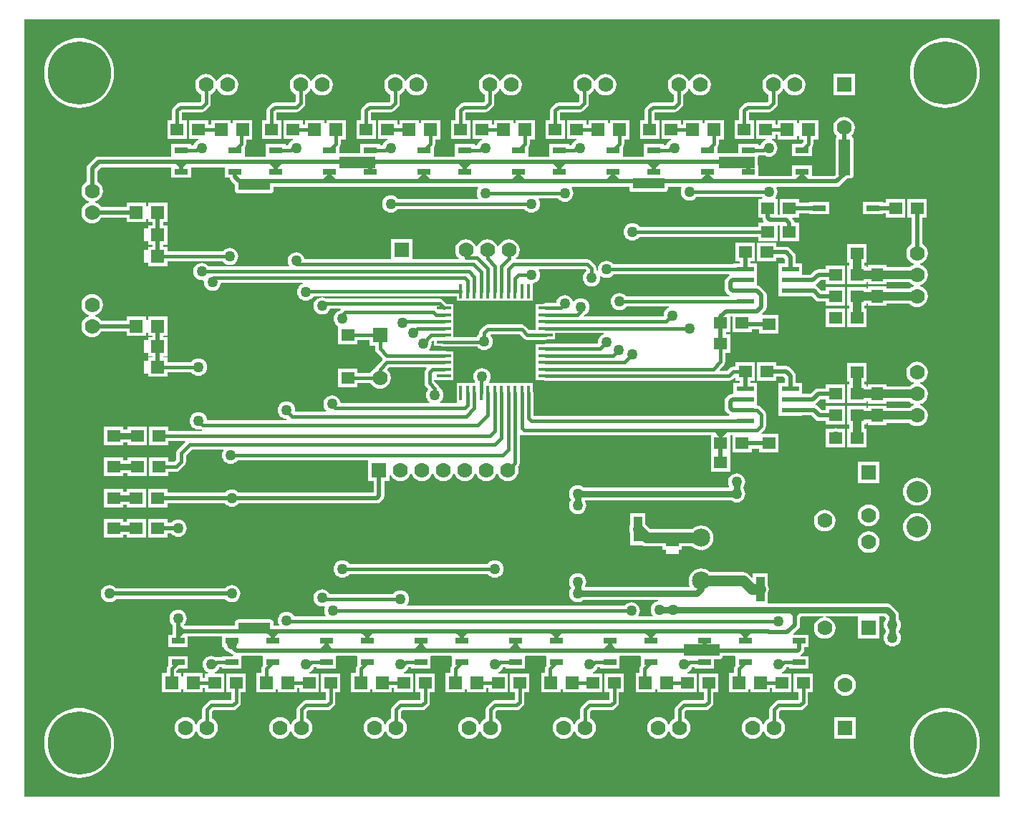
<source format=gtl>
%FSLAX23Y23*%
%MOIN*%
G70*
G01*
G75*
G04 Layer_Physical_Order=1*
G04 Layer_Color=255*
%ADD10R,0.060X0.056*%
%ADD11R,0.018X0.071*%
%ADD12R,0.071X0.018*%
%ADD13R,0.059X0.059*%
%ADD14R,0.063X0.026*%
%ADD15R,0.059X0.059*%
%ADD16R,0.039X0.118*%
%ADD17R,0.056X0.060*%
%ADD18R,0.081X0.024*%
%ADD19C,0.020*%
%ADD20C,0.015*%
%ADD21C,0.050*%
%ADD22C,0.040*%
%ADD23C,0.030*%
%ADD24R,0.055X0.165*%
%ADD25R,0.165X0.055*%
%ADD26R,0.150X0.050*%
%ADD27C,0.070*%
%ADD28R,0.070X0.070*%
%ADD29R,0.070X0.070*%
%ADD30C,0.100*%
%ADD31R,0.100X0.100*%
%ADD32C,0.295*%
%ADD33C,0.085*%
%ADD34C,0.050*%
G36*
X12125Y5695D02*
X7585D01*
Y9315D01*
X12125D01*
Y5695D01*
D02*
G37*
%LPC*%
G36*
X10475Y7014D02*
X10405D01*
Y6961D01*
X10405Y6960D01*
X10401Y6950D01*
X10400Y6940D01*
X10401Y6930D01*
X10405Y6920D01*
X10405Y6919D01*
Y6866D01*
X10459D01*
X10460Y6865D01*
X10470Y6861D01*
X10480Y6860D01*
X10555D01*
Y6845D01*
X10570D01*
Y6825D01*
X10630D01*
Y6845D01*
X10645D01*
Y6860D01*
X10693D01*
X10694Y6859D01*
X10706Y6850D01*
X10720Y6844D01*
X10735Y6842D01*
X10750Y6844D01*
X10764Y6850D01*
X10776Y6859D01*
X10785Y6871D01*
X10791Y6885D01*
X10793Y6900D01*
X10791Y6915D01*
X10785Y6929D01*
X10776Y6941D01*
X10764Y6950D01*
X10750Y6956D01*
X10735Y6958D01*
X10720Y6956D01*
X10706Y6950D01*
X10694Y6941D01*
X10693Y6940D01*
X10497D01*
X10475Y6962D01*
Y7014D01*
D02*
G37*
G36*
X11740Y7015D02*
X11727Y7014D01*
X11715Y7010D01*
X11704Y7004D01*
X11694Y6996D01*
X11686Y6986D01*
X11680Y6975D01*
X11676Y6963D01*
X11675Y6950D01*
X11676Y6937D01*
X11680Y6925D01*
X11686Y6914D01*
X11694Y6904D01*
X11704Y6896D01*
X11715Y6890D01*
X11727Y6886D01*
X11740Y6885D01*
X11753Y6886D01*
X11765Y6890D01*
X11776Y6896D01*
X11786Y6904D01*
X11794Y6914D01*
X11800Y6925D01*
X11804Y6937D01*
X11805Y6950D01*
X11804Y6963D01*
X11800Y6975D01*
X11794Y6986D01*
X11786Y6996D01*
X11776Y7004D01*
X11765Y7010D01*
X11753Y7014D01*
X11740Y7015D01*
D02*
G37*
G36*
X11515Y6930D02*
X11502Y6929D01*
X11490Y6924D01*
X11479Y6916D01*
X11471Y6905D01*
X11466Y6893D01*
X11465Y6880D01*
X11466Y6867D01*
X11471Y6855D01*
X11479Y6844D01*
X11490Y6836D01*
X11502Y6831D01*
X11515Y6830D01*
X11528Y6831D01*
X11540Y6836D01*
X11551Y6844D01*
X11559Y6855D01*
X11564Y6867D01*
X11565Y6880D01*
X11564Y6893D01*
X11559Y6905D01*
X11551Y6916D01*
X11540Y6924D01*
X11528Y6929D01*
X11515Y6930D01*
D02*
G37*
G36*
X10735Y6758D02*
X10720Y6756D01*
X10706Y6750D01*
X10694Y6741D01*
X10685Y6729D01*
X10679Y6715D01*
X10677Y6700D01*
X10679Y6685D01*
X10683Y6675D01*
X10680Y6670D01*
X10197D01*
X10196Y6672D01*
X10195Y6675D01*
X10199Y6685D01*
X10200Y6695D01*
X10199Y6705D01*
X10195Y6715D01*
X10189Y6724D01*
X10180Y6730D01*
X10170Y6734D01*
X10160Y6735D01*
X10150Y6734D01*
X10140Y6730D01*
X10131Y6724D01*
X10125Y6715D01*
X10121Y6705D01*
X10120Y6695D01*
X10121Y6685D01*
X10125Y6675D01*
X10130Y6669D01*
Y6666D01*
X10125Y6660D01*
X10121Y6650D01*
X10120Y6640D01*
X10121Y6630D01*
X10125Y6620D01*
X10131Y6611D01*
X10140Y6605D01*
X10150Y6601D01*
X10160Y6600D01*
X10170Y6601D01*
X10180Y6605D01*
X10186Y6610D01*
X10535D01*
X10535Y6605D01*
X10530Y6604D01*
X10520Y6600D01*
X10511Y6594D01*
X10505Y6585D01*
X10501Y6575D01*
X10500Y6565D01*
X10501Y6555D01*
X10505Y6545D01*
X10510Y6538D01*
X10508Y6533D01*
X10445D01*
X10443Y6537D01*
X10445Y6540D01*
X10449Y6550D01*
X10450Y6560D01*
X10449Y6570D01*
X10445Y6580D01*
X10439Y6589D01*
X10430Y6595D01*
X10420Y6599D01*
X10410Y6600D01*
X10400Y6599D01*
X10390Y6595D01*
X10381Y6589D01*
X10377Y6583D01*
X9367D01*
X9365Y6588D01*
X9370Y6595D01*
X9374Y6605D01*
X9375Y6615D01*
X9374Y6625D01*
X9370Y6635D01*
X9364Y6644D01*
X9355Y6650D01*
X9345Y6654D01*
X9335Y6655D01*
X9325Y6654D01*
X9315Y6650D01*
X9306Y6644D01*
X9302Y6638D01*
X9006D01*
X9005Y6640D01*
X8999Y6649D01*
X8990Y6655D01*
X8980Y6659D01*
X8970Y6660D01*
X8960Y6659D01*
X8950Y6655D01*
X8941Y6649D01*
X8935Y6640D01*
X8931Y6630D01*
X8930Y6620D01*
X8931Y6610D01*
X8935Y6600D01*
X8941Y6591D01*
X8950Y6585D01*
X8960Y6581D01*
X8970Y6580D01*
X8980Y6581D01*
X8981Y6580D01*
X8984Y6577D01*
X8981Y6570D01*
X8980Y6560D01*
X8981Y6550D01*
X8985Y6540D01*
X8987Y6537D01*
X8985Y6533D01*
X8841D01*
X8840Y6535D01*
X8834Y6544D01*
X8825Y6550D01*
X8815Y6554D01*
X8805Y6555D01*
X8795Y6554D01*
X8785Y6550D01*
X8776Y6544D01*
X8770Y6535D01*
X8766Y6525D01*
X8765Y6515D01*
X8766Y6505D01*
X8770Y6495D01*
X8768Y6490D01*
X8745D01*
Y6505D01*
X8744Y6511D01*
X8741Y6516D01*
X8736Y6519D01*
X8730Y6520D01*
X8705D01*
X8705Y6520D01*
X8705Y6520D01*
X8655D01*
X8655Y6520D01*
X8655Y6520D01*
X8605D01*
X8605Y6520D01*
X8605Y6520D01*
X8580D01*
X8574Y6519D01*
X8569Y6516D01*
X8566Y6511D01*
X8565Y6505D01*
Y6490D01*
X8332D01*
X8328Y6495D01*
X8329Y6496D01*
X8335Y6505D01*
X8339Y6515D01*
X8340Y6525D01*
X8339Y6535D01*
X8335Y6545D01*
X8329Y6554D01*
X8320Y6560D01*
X8310Y6564D01*
X8300Y6565D01*
X8290Y6564D01*
X8280Y6560D01*
X8271Y6554D01*
X8265Y6545D01*
X8261Y6535D01*
X8260Y6525D01*
X8261Y6515D01*
X8265Y6505D01*
X8271Y6496D01*
X8275Y6494D01*
Y6485D01*
Y6465D01*
Y6448D01*
X8254D01*
Y6392D01*
X8346D01*
Y6440D01*
X8504D01*
Y6392D01*
X8512D01*
X8515Y6385D01*
X8521Y6376D01*
X8530Y6370D01*
X8540Y6366D01*
X8543Y6366D01*
X8552Y6357D01*
X8558Y6353D01*
X8556Y6348D01*
X8504D01*
Y6343D01*
X8480D01*
X8478Y6343D01*
X8475Y6345D01*
X8465Y6349D01*
X8455Y6350D01*
X8445Y6349D01*
X8435Y6345D01*
X8426Y6339D01*
X8420Y6330D01*
X8416Y6320D01*
X8415Y6310D01*
X8416Y6300D01*
X8420Y6290D01*
X8426Y6281D01*
X8435Y6275D01*
X8440Y6273D01*
X8439Y6268D01*
X8425D01*
Y6248D01*
X8415D01*
Y6270D01*
X8325D01*
Y6255D01*
X8315D01*
Y6270D01*
X8293D01*
Y6280D01*
X8304Y6292D01*
X8346D01*
Y6348D01*
X8254D01*
Y6306D01*
X8249Y6299D01*
X8247Y6290D01*
Y6270D01*
X8225D01*
Y6180D01*
X8315D01*
Y6195D01*
X8325D01*
Y6180D01*
X8415D01*
Y6202D01*
X8425D01*
Y6182D01*
X8515D01*
Y6268D01*
X8471D01*
X8470Y6273D01*
X8475Y6275D01*
X8484Y6281D01*
X8490Y6290D01*
X8493Y6297D01*
X8504D01*
Y6292D01*
X8596D01*
Y6345D01*
X8596Y6348D01*
X8601Y6350D01*
X8689D01*
X8694Y6348D01*
X8694Y6345D01*
Y6306D01*
X8689Y6299D01*
X8687Y6290D01*
Y6270D01*
X8665D01*
Y6180D01*
X8755D01*
Y6195D01*
X8765D01*
Y6180D01*
X8855D01*
Y6202D01*
X8865D01*
Y6182D01*
X8955D01*
Y6268D01*
X8911D01*
X8910Y6273D01*
X8915Y6275D01*
X8924Y6281D01*
X8930Y6290D01*
X8933Y6297D01*
X8944D01*
Y6292D01*
X9036D01*
Y6348D01*
X9041Y6350D01*
X9129D01*
X9134Y6348D01*
X9134Y6345D01*
Y6306D01*
X9129Y6299D01*
X9127Y6290D01*
Y6270D01*
X9105D01*
Y6180D01*
X9195D01*
Y6195D01*
X9205D01*
Y6180D01*
X9295D01*
Y6202D01*
X9305D01*
Y6182D01*
X9395D01*
Y6268D01*
X9351D01*
X9350Y6273D01*
X9355Y6275D01*
X9364Y6281D01*
X9370Y6290D01*
X9373Y6297D01*
X9384D01*
Y6292D01*
X9476D01*
Y6348D01*
X9481Y6350D01*
X9569D01*
X9574Y6348D01*
X9574Y6345D01*
Y6306D01*
X9569Y6299D01*
X9567Y6290D01*
Y6270D01*
X9545D01*
Y6180D01*
X9635D01*
Y6195D01*
X9645D01*
Y6180D01*
X9735D01*
Y6202D01*
X9745D01*
Y6182D01*
X9835D01*
Y6268D01*
X9791D01*
X9790Y6273D01*
X9795Y6275D01*
X9804Y6281D01*
X9810Y6290D01*
X9813Y6297D01*
X9824D01*
Y6292D01*
X9916D01*
Y6348D01*
X9921Y6350D01*
X10009D01*
X10014Y6348D01*
X10014Y6345D01*
Y6306D01*
X10009Y6299D01*
X10007Y6290D01*
Y6270D01*
X9990D01*
Y6180D01*
X10080D01*
Y6195D01*
X10090D01*
Y6180D01*
X10180D01*
Y6202D01*
X10185D01*
Y6182D01*
X10275D01*
Y6268D01*
X10231D01*
X10230Y6273D01*
X10235Y6275D01*
X10244Y6281D01*
X10250Y6290D01*
X10253Y6297D01*
X10264D01*
Y6292D01*
X10356D01*
Y6348D01*
X10361Y6350D01*
X10449D01*
X10454Y6348D01*
X10454Y6345D01*
Y6306D01*
X10449Y6299D01*
X10447Y6290D01*
Y6270D01*
X10430D01*
Y6180D01*
X10520D01*
Y6195D01*
X10530D01*
Y6180D01*
X10620D01*
Y6202D01*
X10625D01*
Y6182D01*
X10715D01*
Y6268D01*
X10671D01*
X10670Y6273D01*
X10675Y6275D01*
X10684Y6281D01*
X10690Y6290D01*
X10693Y6297D01*
X10704D01*
Y6292D01*
X10796D01*
Y6335D01*
X10820D01*
X10826Y6336D01*
X10831Y6339D01*
X10834Y6344D01*
X10835Y6350D01*
X10889D01*
X10894Y6348D01*
X10894Y6345D01*
Y6306D01*
X10889Y6299D01*
X10887Y6290D01*
Y6270D01*
X10865D01*
Y6180D01*
X10955D01*
Y6195D01*
X10965D01*
Y6180D01*
X11055D01*
Y6202D01*
X11065D01*
Y6182D01*
X11155D01*
Y6268D01*
X11111D01*
X11110Y6273D01*
X11115Y6275D01*
X11124Y6281D01*
X11130Y6290D01*
X11133Y6297D01*
X11144D01*
Y6292D01*
X11236D01*
Y6348D01*
X11199D01*
X11197Y6353D01*
X11203Y6357D01*
X11208Y6362D01*
X11214Y6370D01*
X11215Y6380D01*
Y6392D01*
X11236D01*
Y6448D01*
X11166D01*
X11164Y6453D01*
X11188Y6477D01*
X11194Y6485D01*
X11195Y6495D01*
Y6529D01*
X11201Y6535D01*
X11304D01*
X11305Y6530D01*
X11297Y6529D01*
X11285Y6524D01*
X11274Y6516D01*
X11266Y6505D01*
X11261Y6493D01*
X11260Y6480D01*
X11261Y6467D01*
X11266Y6455D01*
X11274Y6444D01*
X11285Y6436D01*
X11297Y6431D01*
X11310Y6430D01*
X11323Y6431D01*
X11335Y6436D01*
X11346Y6444D01*
X11354Y6455D01*
X11359Y6467D01*
X11360Y6480D01*
X11359Y6493D01*
X11354Y6505D01*
X11346Y6516D01*
X11335Y6524D01*
X11323Y6529D01*
X11315Y6530D01*
X11316Y6535D01*
X11464D01*
X11465Y6530D01*
X11465Y6530D01*
Y6430D01*
X11565D01*
Y6530D01*
X11565Y6530D01*
X11566Y6535D01*
X11587D01*
X11595Y6527D01*
Y6521D01*
X11590Y6515D01*
X11586Y6505D01*
X11585Y6495D01*
X11586Y6485D01*
X11590Y6475D01*
X11595Y6469D01*
Y6461D01*
X11590Y6455D01*
X11586Y6445D01*
X11585Y6435D01*
X11586Y6425D01*
X11590Y6415D01*
X11596Y6406D01*
X11605Y6400D01*
X11615Y6396D01*
X11625Y6395D01*
X11635Y6396D01*
X11645Y6400D01*
X11654Y6406D01*
X11660Y6415D01*
X11664Y6425D01*
X11665Y6435D01*
X11664Y6445D01*
X11660Y6455D01*
X11655Y6461D01*
Y6469D01*
X11660Y6475D01*
X11664Y6485D01*
X11665Y6495D01*
X11664Y6505D01*
X11660Y6515D01*
X11655Y6521D01*
Y6540D01*
X11654Y6548D01*
X11651Y6555D01*
X11649Y6558D01*
X11646Y6561D01*
X11646Y6561D01*
X11621Y6586D01*
X11615Y6591D01*
X11613Y6592D01*
X11608Y6594D01*
X11600Y6595D01*
X11045D01*
Y6639D01*
X11045Y6640D01*
X11049Y6650D01*
X11050Y6660D01*
X11049Y6670D01*
X11045Y6680D01*
X11045Y6681D01*
Y6734D01*
X10975D01*
Y6718D01*
X10971Y6716D01*
X10959Y6729D01*
X10950Y6735D01*
X10940Y6739D01*
X10930Y6740D01*
X10930Y6740D01*
X10777D01*
X10776Y6741D01*
X10764Y6750D01*
X10750Y6756D01*
X10735Y6758D01*
D02*
G37*
G36*
X9775Y6795D02*
X9765Y6794D01*
X9755Y6790D01*
X9746Y6784D01*
X9742Y6778D01*
X9098D01*
X9094Y6784D01*
X9085Y6790D01*
X9075Y6794D01*
X9065Y6795D01*
X9055Y6794D01*
X9045Y6790D01*
X9036Y6784D01*
X9030Y6775D01*
X9026Y6765D01*
X9025Y6755D01*
X9026Y6745D01*
X9030Y6735D01*
X9036Y6726D01*
X9045Y6720D01*
X9055Y6716D01*
X9065Y6715D01*
X9075Y6716D01*
X9085Y6720D01*
X9094Y6726D01*
X9098Y6732D01*
X9742D01*
X9746Y6726D01*
X9755Y6720D01*
X9765Y6716D01*
X9775Y6715D01*
X9785Y6716D01*
X9795Y6720D01*
X9804Y6726D01*
X9810Y6735D01*
X9814Y6745D01*
X9815Y6755D01*
X9814Y6765D01*
X9810Y6775D01*
X9804Y6784D01*
X9795Y6790D01*
X9785Y6794D01*
X9775Y6795D01*
D02*
G37*
G36*
X8250Y6988D02*
X8160D01*
Y6902D01*
X8250D01*
Y6920D01*
X8269D01*
X8271Y6916D01*
X8280Y6910D01*
X8290Y6906D01*
X8300Y6905D01*
X8310Y6906D01*
X8320Y6910D01*
X8329Y6916D01*
X8335Y6925D01*
X8339Y6935D01*
X8340Y6945D01*
X8339Y6955D01*
X8335Y6965D01*
X8329Y6974D01*
X8320Y6980D01*
X8310Y6984D01*
X8300Y6985D01*
X8290Y6984D01*
X8280Y6980D01*
X8271Y6974D01*
X8269Y6970D01*
X8250D01*
Y6988D01*
D02*
G37*
G36*
X11740Y7180D02*
X11727Y7179D01*
X11715Y7175D01*
X11704Y7169D01*
X11694Y7161D01*
X11686Y7151D01*
X11680Y7140D01*
X11676Y7128D01*
X11675Y7115D01*
X11676Y7102D01*
X11680Y7090D01*
X11686Y7079D01*
X11694Y7069D01*
X11704Y7061D01*
X11715Y7055D01*
X11727Y7051D01*
X11740Y7050D01*
X11753Y7051D01*
X11765Y7055D01*
X11776Y7061D01*
X11786Y7069D01*
X11794Y7079D01*
X11800Y7090D01*
X11804Y7102D01*
X11805Y7115D01*
X11804Y7128D01*
X11800Y7140D01*
X11794Y7151D01*
X11786Y7161D01*
X11776Y7169D01*
X11765Y7175D01*
X11753Y7179D01*
X11740Y7180D01*
D02*
G37*
G36*
X8150Y7128D02*
X8060D01*
Y7115D01*
X8045D01*
Y7128D01*
X7955D01*
Y7042D01*
X8045D01*
Y7055D01*
X8060D01*
Y7042D01*
X8150D01*
Y7128D01*
D02*
G37*
G36*
Y6988D02*
X8060D01*
Y6975D01*
X8045D01*
Y6988D01*
X7955D01*
Y6902D01*
X8045D01*
Y6915D01*
X8060D01*
Y6902D01*
X8150D01*
Y6988D01*
D02*
G37*
G36*
X11310Y7030D02*
X11297Y7029D01*
X11285Y7024D01*
X11274Y7016D01*
X11266Y7005D01*
X11261Y6993D01*
X11260Y6980D01*
X11261Y6967D01*
X11266Y6955D01*
X11274Y6944D01*
X11285Y6936D01*
X11297Y6931D01*
X11310Y6930D01*
X11323Y6931D01*
X11335Y6936D01*
X11346Y6944D01*
X11354Y6955D01*
X11359Y6967D01*
X11360Y6980D01*
X11359Y6993D01*
X11354Y7005D01*
X11346Y7016D01*
X11335Y7024D01*
X11323Y7029D01*
X11310Y7030D01*
D02*
G37*
G36*
X11515Y7055D02*
X11502Y7054D01*
X11490Y7049D01*
X11479Y7041D01*
X11471Y7030D01*
X11466Y7018D01*
X11465Y7005D01*
X11466Y6992D01*
X11471Y6980D01*
X11479Y6969D01*
X11490Y6961D01*
X11502Y6956D01*
X11515Y6955D01*
X11528Y6956D01*
X11540Y6961D01*
X11551Y6969D01*
X11559Y6980D01*
X11564Y6992D01*
X11565Y7005D01*
X11564Y7018D01*
X11559Y7030D01*
X11551Y7041D01*
X11540Y7049D01*
X11528Y7054D01*
X11515Y7055D01*
D02*
G37*
G36*
X8550Y6680D02*
X8540Y6679D01*
X8530Y6675D01*
X8521Y6669D01*
X8519Y6665D01*
X8011D01*
X8009Y6669D01*
X8000Y6675D01*
X7990Y6679D01*
X7980Y6680D01*
X7970Y6679D01*
X7960Y6675D01*
X7951Y6669D01*
X7945Y6660D01*
X7941Y6650D01*
X7940Y6640D01*
X7941Y6630D01*
X7945Y6620D01*
X7951Y6611D01*
X7960Y6605D01*
X7970Y6601D01*
X7980Y6600D01*
X7990Y6601D01*
X8000Y6605D01*
X8009Y6611D01*
X8011Y6615D01*
X8519D01*
X8521Y6611D01*
X8530Y6605D01*
X8540Y6601D01*
X8550Y6600D01*
X8560Y6601D01*
X8570Y6605D01*
X8579Y6611D01*
X8585Y6620D01*
X8589Y6630D01*
X8590Y6640D01*
X8589Y6650D01*
X8585Y6660D01*
X8579Y6669D01*
X8570Y6675D01*
X8560Y6679D01*
X8550Y6680D01*
D02*
G37*
G36*
X8615Y6268D02*
X8525D01*
Y6182D01*
X8547D01*
Y6145D01*
X8545Y6143D01*
X8455D01*
X8446Y6141D01*
X8439Y6136D01*
X8419Y6116D01*
X8414Y6109D01*
X8412Y6100D01*
Y6060D01*
X8410Y6059D01*
X8399Y6051D01*
X8391Y6040D01*
X8388Y6031D01*
X8382D01*
X8379Y6040D01*
X8371Y6051D01*
X8360Y6059D01*
X8348Y6064D01*
X8335Y6065D01*
X8322Y6064D01*
X8310Y6059D01*
X8299Y6051D01*
X8291Y6040D01*
X8286Y6028D01*
X8285Y6015D01*
X8286Y6002D01*
X8291Y5990D01*
X8299Y5979D01*
X8310Y5971D01*
X8322Y5966D01*
X8335Y5965D01*
X8348Y5966D01*
X8360Y5971D01*
X8371Y5979D01*
X8379Y5990D01*
X8382Y5999D01*
X8388D01*
X8391Y5990D01*
X8399Y5979D01*
X8410Y5971D01*
X8422Y5966D01*
X8435Y5965D01*
X8448Y5966D01*
X8460Y5971D01*
X8471Y5979D01*
X8479Y5990D01*
X8484Y6002D01*
X8485Y6015D01*
X8484Y6028D01*
X8479Y6040D01*
X8471Y6051D01*
X8460Y6059D01*
X8458Y6060D01*
Y6090D01*
X8465Y6097D01*
X8555D01*
X8564Y6099D01*
X8571Y6104D01*
X8586Y6119D01*
X8591Y6126D01*
X8593Y6135D01*
Y6182D01*
X8615D01*
Y6268D01*
D02*
G37*
G36*
X9055D02*
X8965D01*
Y6182D01*
X8987D01*
Y6145D01*
X8985Y6143D01*
X8895D01*
X8886Y6141D01*
X8879Y6136D01*
X8859Y6116D01*
X8854Y6109D01*
X8852Y6100D01*
Y6060D01*
X8850Y6059D01*
X8839Y6051D01*
X8831Y6040D01*
X8828Y6031D01*
X8822D01*
X8819Y6040D01*
X8811Y6051D01*
X8800Y6059D01*
X8788Y6064D01*
X8775Y6065D01*
X8762Y6064D01*
X8750Y6059D01*
X8739Y6051D01*
X8731Y6040D01*
X8726Y6028D01*
X8725Y6015D01*
X8726Y6002D01*
X8731Y5990D01*
X8739Y5979D01*
X8750Y5971D01*
X8762Y5966D01*
X8775Y5965D01*
X8788Y5966D01*
X8800Y5971D01*
X8811Y5979D01*
X8819Y5990D01*
X8822Y5999D01*
X8828D01*
X8831Y5990D01*
X8839Y5979D01*
X8850Y5971D01*
X8862Y5966D01*
X8875Y5965D01*
X8888Y5966D01*
X8900Y5971D01*
X8911Y5979D01*
X8919Y5990D01*
X8924Y6002D01*
X8925Y6015D01*
X8924Y6028D01*
X8919Y6040D01*
X8911Y6051D01*
X8900Y6059D01*
X8898Y6060D01*
Y6090D01*
X8905Y6097D01*
X8995D01*
X9004Y6099D01*
X9011Y6104D01*
X9026Y6119D01*
X9031Y6126D01*
X9033Y6135D01*
Y6182D01*
X9055D01*
Y6268D01*
D02*
G37*
G36*
X11455Y6065D02*
X11355D01*
Y5965D01*
X11455D01*
Y6065D01*
D02*
G37*
G36*
X7840Y6108D02*
X7819Y6107D01*
X7798Y6102D01*
X7778Y6096D01*
X7759Y6086D01*
X7741Y6074D01*
X7725Y6060D01*
X7711Y6044D01*
X7699Y6026D01*
X7689Y6007D01*
X7683Y5987D01*
X7678Y5966D01*
X7677Y5945D01*
X7678Y5924D01*
X7683Y5903D01*
X7689Y5883D01*
X7699Y5864D01*
X7711Y5846D01*
X7725Y5830D01*
X7741Y5816D01*
X7759Y5804D01*
X7778Y5794D01*
X7798Y5788D01*
X7819Y5783D01*
X7840Y5782D01*
X7861Y5783D01*
X7882Y5788D01*
X7902Y5794D01*
X7921Y5804D01*
X7939Y5816D01*
X7955Y5830D01*
X7969Y5846D01*
X7981Y5864D01*
X7991Y5883D01*
X7997Y5903D01*
X8002Y5924D01*
X8003Y5945D01*
X8002Y5966D01*
X7997Y5987D01*
X7991Y6007D01*
X7981Y6026D01*
X7969Y6044D01*
X7955Y6060D01*
X7939Y6074D01*
X7921Y6086D01*
X7902Y6096D01*
X7882Y6102D01*
X7861Y6107D01*
X7840Y6108D01*
D02*
G37*
G36*
X11870D02*
X11849Y6107D01*
X11828Y6102D01*
X11808Y6096D01*
X11789Y6086D01*
X11771Y6074D01*
X11755Y6060D01*
X11741Y6044D01*
X11729Y6026D01*
X11719Y6007D01*
X11713Y5987D01*
X11708Y5966D01*
X11707Y5945D01*
X11708Y5924D01*
X11713Y5903D01*
X11719Y5883D01*
X11729Y5864D01*
X11741Y5846D01*
X11755Y5830D01*
X11771Y5816D01*
X11789Y5804D01*
X11808Y5794D01*
X11828Y5788D01*
X11849Y5783D01*
X11870Y5782D01*
X11891Y5783D01*
X11912Y5788D01*
X11932Y5794D01*
X11951Y5804D01*
X11969Y5816D01*
X11985Y5830D01*
X11999Y5846D01*
X12011Y5864D01*
X12021Y5883D01*
X12027Y5903D01*
X12032Y5924D01*
X12033Y5945D01*
X12032Y5966D01*
X12027Y5987D01*
X12021Y6007D01*
X12011Y6026D01*
X11999Y6044D01*
X11985Y6060D01*
X11969Y6074D01*
X11951Y6086D01*
X11932Y6096D01*
X11912Y6102D01*
X11891Y6107D01*
X11870Y6108D01*
D02*
G37*
G36*
X9495Y6268D02*
X9405D01*
Y6182D01*
X9427D01*
Y6145D01*
X9425Y6143D01*
X9335D01*
X9326Y6141D01*
X9319Y6136D01*
X9299Y6116D01*
X9294Y6109D01*
X9292Y6100D01*
Y6060D01*
X9290Y6059D01*
X9279Y6051D01*
X9271Y6040D01*
X9268Y6031D01*
X9262D01*
X9259Y6040D01*
X9251Y6051D01*
X9240Y6059D01*
X9228Y6064D01*
X9215Y6065D01*
X9202Y6064D01*
X9190Y6059D01*
X9179Y6051D01*
X9171Y6040D01*
X9166Y6028D01*
X9165Y6015D01*
X9166Y6002D01*
X9171Y5990D01*
X9179Y5979D01*
X9190Y5971D01*
X9202Y5966D01*
X9215Y5965D01*
X9228Y5966D01*
X9240Y5971D01*
X9251Y5979D01*
X9259Y5990D01*
X9262Y5999D01*
X9268D01*
X9271Y5990D01*
X9279Y5979D01*
X9290Y5971D01*
X9302Y5966D01*
X9315Y5965D01*
X9328Y5966D01*
X9340Y5971D01*
X9351Y5979D01*
X9359Y5990D01*
X9364Y6002D01*
X9365Y6015D01*
X9364Y6028D01*
X9359Y6040D01*
X9351Y6051D01*
X9340Y6059D01*
X9338Y6060D01*
Y6090D01*
X9345Y6097D01*
X9435D01*
X9444Y6099D01*
X9451Y6104D01*
X9466Y6119D01*
X9471Y6126D01*
X9473Y6135D01*
Y6182D01*
X9495D01*
Y6268D01*
D02*
G37*
G36*
X11255D02*
X11165D01*
Y6182D01*
X11187D01*
Y6145D01*
X11185Y6143D01*
X11095D01*
X11086Y6141D01*
X11079Y6136D01*
X11059Y6116D01*
X11054Y6109D01*
X11052Y6100D01*
Y6060D01*
X11050Y6059D01*
X11039Y6051D01*
X11031Y6040D01*
X11028Y6031D01*
X11022D01*
X11019Y6040D01*
X11011Y6051D01*
X11000Y6059D01*
X10988Y6064D01*
X10975Y6065D01*
X10962Y6064D01*
X10950Y6059D01*
X10939Y6051D01*
X10931Y6040D01*
X10926Y6028D01*
X10925Y6015D01*
X10926Y6002D01*
X10931Y5990D01*
X10939Y5979D01*
X10950Y5971D01*
X10962Y5966D01*
X10975Y5965D01*
X10988Y5966D01*
X11000Y5971D01*
X11011Y5979D01*
X11019Y5990D01*
X11022Y5999D01*
X11028D01*
X11031Y5990D01*
X11039Y5979D01*
X11050Y5971D01*
X11062Y5966D01*
X11075Y5965D01*
X11088Y5966D01*
X11100Y5971D01*
X11111Y5979D01*
X11119Y5990D01*
X11124Y6002D01*
X11125Y6015D01*
X11124Y6028D01*
X11119Y6040D01*
X11111Y6051D01*
X11100Y6059D01*
X11098Y6060D01*
Y6090D01*
X11105Y6097D01*
X11195D01*
X11204Y6099D01*
X11211Y6104D01*
X11226Y6119D01*
X11231Y6126D01*
X11233Y6135D01*
Y6182D01*
X11255D01*
Y6268D01*
D02*
G37*
G36*
X11405Y6265D02*
X11392Y6264D01*
X11380Y6259D01*
X11369Y6251D01*
X11361Y6240D01*
X11356Y6228D01*
X11355Y6215D01*
X11356Y6202D01*
X11361Y6190D01*
X11369Y6179D01*
X11380Y6171D01*
X11392Y6166D01*
X11405Y6165D01*
X11418Y6166D01*
X11430Y6171D01*
X11441Y6179D01*
X11449Y6190D01*
X11454Y6202D01*
X11455Y6215D01*
X11454Y6228D01*
X11449Y6240D01*
X11441Y6251D01*
X11430Y6259D01*
X11418Y6264D01*
X11405Y6265D01*
D02*
G37*
G36*
X10815Y6268D02*
X10725D01*
Y6182D01*
X10747D01*
Y6145D01*
X10745Y6143D01*
X10655D01*
X10646Y6141D01*
X10639Y6136D01*
X10619Y6116D01*
X10614Y6109D01*
X10612Y6100D01*
Y6060D01*
X10610Y6059D01*
X10599Y6051D01*
X10591Y6040D01*
X10588Y6031D01*
X10582D01*
X10579Y6040D01*
X10571Y6051D01*
X10560Y6059D01*
X10548Y6064D01*
X10535Y6065D01*
X10522Y6064D01*
X10510Y6059D01*
X10499Y6051D01*
X10491Y6040D01*
X10486Y6028D01*
X10485Y6015D01*
X10486Y6002D01*
X10491Y5990D01*
X10499Y5979D01*
X10510Y5971D01*
X10522Y5966D01*
X10535Y5965D01*
X10548Y5966D01*
X10560Y5971D01*
X10571Y5979D01*
X10579Y5990D01*
X10582Y5999D01*
X10588D01*
X10591Y5990D01*
X10599Y5979D01*
X10610Y5971D01*
X10622Y5966D01*
X10635Y5965D01*
X10648Y5966D01*
X10660Y5971D01*
X10671Y5979D01*
X10679Y5990D01*
X10684Y6002D01*
X10685Y6015D01*
X10684Y6028D01*
X10679Y6040D01*
X10671Y6051D01*
X10660Y6059D01*
X10658Y6060D01*
Y6090D01*
X10665Y6097D01*
X10755D01*
X10764Y6099D01*
X10771Y6104D01*
X10786Y6119D01*
X10791Y6126D01*
X10793Y6135D01*
Y6182D01*
X10815D01*
Y6268D01*
D02*
G37*
G36*
X9935D02*
X9845D01*
Y6182D01*
X9867D01*
Y6145D01*
X9865Y6143D01*
X9775D01*
X9766Y6141D01*
X9759Y6136D01*
X9739Y6116D01*
X9734Y6109D01*
X9732Y6100D01*
Y6060D01*
X9730Y6059D01*
X9719Y6051D01*
X9711Y6040D01*
X9708Y6031D01*
X9702D01*
X9699Y6040D01*
X9691Y6051D01*
X9680Y6059D01*
X9668Y6064D01*
X9655Y6065D01*
X9642Y6064D01*
X9630Y6059D01*
X9619Y6051D01*
X9611Y6040D01*
X9606Y6028D01*
X9605Y6015D01*
X9606Y6002D01*
X9611Y5990D01*
X9619Y5979D01*
X9630Y5971D01*
X9642Y5966D01*
X9655Y5965D01*
X9668Y5966D01*
X9680Y5971D01*
X9691Y5979D01*
X9699Y5990D01*
X9702Y5999D01*
X9708D01*
X9711Y5990D01*
X9719Y5979D01*
X9730Y5971D01*
X9742Y5966D01*
X9755Y5965D01*
X9768Y5966D01*
X9780Y5971D01*
X9791Y5979D01*
X9799Y5990D01*
X9804Y6002D01*
X9805Y6015D01*
X9804Y6028D01*
X9799Y6040D01*
X9791Y6051D01*
X9780Y6059D01*
X9778Y6060D01*
Y6090D01*
X9785Y6097D01*
X9875D01*
X9884Y6099D01*
X9891Y6104D01*
X9906Y6119D01*
X9911Y6126D01*
X9913Y6135D01*
Y6182D01*
X9935D01*
Y6268D01*
D02*
G37*
G36*
X10375D02*
X10285D01*
Y6182D01*
X10307D01*
Y6145D01*
X10305Y6143D01*
X10215D01*
X10206Y6141D01*
X10199Y6136D01*
X10179Y6116D01*
X10174Y6109D01*
X10172Y6100D01*
Y6060D01*
X10170Y6059D01*
X10159Y6051D01*
X10151Y6040D01*
X10148Y6031D01*
X10142D01*
X10139Y6040D01*
X10131Y6051D01*
X10120Y6059D01*
X10108Y6064D01*
X10095Y6065D01*
X10082Y6064D01*
X10070Y6059D01*
X10059Y6051D01*
X10051Y6040D01*
X10046Y6028D01*
X10045Y6015D01*
X10046Y6002D01*
X10051Y5990D01*
X10059Y5979D01*
X10070Y5971D01*
X10082Y5966D01*
X10095Y5965D01*
X10108Y5966D01*
X10120Y5971D01*
X10131Y5979D01*
X10139Y5990D01*
X10142Y5999D01*
X10148D01*
X10151Y5990D01*
X10159Y5979D01*
X10170Y5971D01*
X10182Y5966D01*
X10195Y5965D01*
X10208Y5966D01*
X10220Y5971D01*
X10231Y5979D01*
X10239Y5990D01*
X10244Y6002D01*
X10245Y6015D01*
X10244Y6028D01*
X10239Y6040D01*
X10231Y6051D01*
X10220Y6059D01*
X10218Y6060D01*
Y6090D01*
X10225Y6097D01*
X10315D01*
X10324Y6099D01*
X10331Y6104D01*
X10346Y6119D01*
X10351Y6126D01*
X10353Y6135D01*
Y6182D01*
X10375D01*
Y6268D01*
D02*
G37*
G36*
X10900Y7200D02*
X10890Y7199D01*
X10880Y7195D01*
X10871Y7189D01*
X10865Y7180D01*
X10861Y7170D01*
X10860Y7160D01*
X10861Y7150D01*
X10865Y7140D01*
X10864Y7137D01*
X10863Y7135D01*
X10186D01*
X10180Y7140D01*
X10170Y7144D01*
X10160Y7145D01*
X10150Y7144D01*
X10140Y7140D01*
X10131Y7134D01*
X10125Y7125D01*
X10121Y7115D01*
X10120Y7105D01*
X10121Y7095D01*
X10125Y7085D01*
X10130Y7079D01*
Y7076D01*
X10125Y7070D01*
X10121Y7060D01*
X10120Y7050D01*
X10121Y7040D01*
X10125Y7030D01*
X10131Y7021D01*
X10140Y7015D01*
X10150Y7011D01*
X10160Y7010D01*
X10170Y7011D01*
X10180Y7015D01*
X10189Y7021D01*
X10195Y7030D01*
X10199Y7040D01*
X10200Y7050D01*
X10199Y7060D01*
X10195Y7070D01*
X10196Y7073D01*
X10197Y7075D01*
X10874D01*
X10880Y7070D01*
X10890Y7066D01*
X10900Y7065D01*
X10910Y7066D01*
X10920Y7070D01*
X10929Y7076D01*
X10935Y7085D01*
X10939Y7095D01*
X10940Y7105D01*
X10939Y7115D01*
X10935Y7125D01*
X10930Y7131D01*
Y7134D01*
X10935Y7140D01*
X10939Y7150D01*
X10940Y7160D01*
X10939Y7170D01*
X10935Y7180D01*
X10929Y7189D01*
X10920Y7195D01*
X10910Y7199D01*
X10900Y7200D01*
D02*
G37*
G36*
X11870Y9228D02*
X11849Y9227D01*
X11828Y9222D01*
X11808Y9216D01*
X11789Y9206D01*
X11771Y9194D01*
X11755Y9180D01*
X11741Y9164D01*
X11729Y9146D01*
X11719Y9127D01*
X11713Y9107D01*
X11708Y9086D01*
X11707Y9065D01*
X11708Y9044D01*
X11713Y9023D01*
X11719Y9003D01*
X11729Y8984D01*
X11741Y8966D01*
X11755Y8950D01*
X11771Y8936D01*
X11789Y8924D01*
X11808Y8914D01*
X11828Y8908D01*
X11849Y8903D01*
X11870Y8902D01*
X11891Y8903D01*
X11912Y8908D01*
X11932Y8914D01*
X11951Y8924D01*
X11969Y8936D01*
X11985Y8950D01*
X11999Y8966D01*
X12011Y8984D01*
X12021Y9003D01*
X12027Y9023D01*
X12032Y9044D01*
X12033Y9065D01*
X12032Y9086D01*
X12027Y9107D01*
X12021Y9127D01*
X12011Y9146D01*
X11999Y9164D01*
X11985Y9180D01*
X11969Y9194D01*
X11951Y9206D01*
X11932Y9216D01*
X11912Y9222D01*
X11891Y9227D01*
X11870Y9228D01*
D02*
G37*
G36*
X11450Y9060D02*
X11350D01*
Y8960D01*
X11450D01*
Y9060D01*
D02*
G37*
G36*
X8530Y9060D02*
X8517Y9059D01*
X8505Y9054D01*
X8494Y9046D01*
X8486Y9035D01*
X8483Y9026D01*
X8477D01*
X8474Y9035D01*
X8466Y9046D01*
X8455Y9054D01*
X8443Y9059D01*
X8430Y9060D01*
X8417Y9059D01*
X8405Y9054D01*
X8394Y9046D01*
X8386Y9035D01*
X8381Y9023D01*
X8380Y9010D01*
X8381Y8997D01*
X8386Y8985D01*
X8394Y8974D01*
X8405Y8966D01*
X8407Y8965D01*
Y8935D01*
X8400Y8928D01*
X8310D01*
X8301Y8926D01*
X8294Y8921D01*
X8279Y8906D01*
X8274Y8899D01*
X8272Y8890D01*
Y8843D01*
X8250D01*
Y8757D01*
X8340D01*
Y8843D01*
X8318D01*
Y8880D01*
X8320Y8882D01*
X8410D01*
X8419Y8884D01*
X8426Y8889D01*
X8446Y8909D01*
X8451Y8916D01*
X8453Y8925D01*
Y8965D01*
X8455Y8966D01*
X8466Y8974D01*
X8474Y8985D01*
X8477Y8994D01*
X8483D01*
X8486Y8985D01*
X8494Y8974D01*
X8505Y8966D01*
X8517Y8961D01*
X8530Y8960D01*
X8543Y8961D01*
X8555Y8966D01*
X8566Y8974D01*
X8574Y8985D01*
X8579Y8997D01*
X8580Y9010D01*
X8579Y9023D01*
X8574Y9035D01*
X8566Y9046D01*
X8555Y9054D01*
X8543Y9059D01*
X8530Y9060D01*
D02*
G37*
G36*
X11685Y8478D02*
X11595D01*
Y8460D01*
X11581D01*
Y8463D01*
X11489D01*
Y8407D01*
X11581D01*
Y8410D01*
X11595D01*
Y8392D01*
X11685D01*
Y8478D01*
D02*
G37*
G36*
X11400Y8860D02*
X11387Y8859D01*
X11375Y8854D01*
X11364Y8846D01*
X11356Y8835D01*
X11351Y8823D01*
X11350Y8810D01*
X11351Y8797D01*
X11356Y8785D01*
X11364Y8774D01*
X11366Y8773D01*
X11366Y8767D01*
X11364Y8766D01*
X11361Y8761D01*
X11360Y8755D01*
Y8730D01*
X11360Y8730D01*
X11360Y8730D01*
Y8672D01*
X11360Y8671D01*
X11360Y8671D01*
Y8615D01*
X11360Y8615D01*
X11360Y8615D01*
Y8591D01*
X11354Y8585D01*
X11251D01*
Y8633D01*
X11159D01*
Y8585D01*
X11001D01*
Y8633D01*
X10999D01*
Y8650D01*
X10999Y8650D01*
X10999Y8650D01*
Y8675D01*
X11001Y8677D01*
X11001D01*
Y8682D01*
X11025D01*
X11027Y8682D01*
X11030Y8680D01*
X11040Y8676D01*
X11050Y8675D01*
X11060Y8676D01*
X11070Y8680D01*
X11079Y8686D01*
X11085Y8695D01*
X11089Y8705D01*
X11090Y8715D01*
X11089Y8725D01*
X11085Y8735D01*
X11079Y8744D01*
X11070Y8750D01*
X11065Y8752D01*
X11066Y8757D01*
X11080D01*
Y8777D01*
X11090D01*
Y8755D01*
X11180D01*
Y8770D01*
X11190D01*
Y8755D01*
X11212D01*
Y8745D01*
X11201Y8733D01*
X11159D01*
Y8677D01*
X11251D01*
Y8719D01*
X11256Y8726D01*
X11258Y8735D01*
Y8755D01*
X11280D01*
Y8845D01*
X11190D01*
Y8830D01*
X11180D01*
Y8845D01*
X11090D01*
Y8823D01*
X11080D01*
Y8843D01*
X10990D01*
Y8757D01*
X11034D01*
X11035Y8752D01*
X11030Y8750D01*
X11021Y8744D01*
X11015Y8735D01*
X11012Y8728D01*
X11001D01*
Y8733D01*
X10909D01*
Y8690D01*
X10900D01*
X10900Y8690D01*
X10900Y8690D01*
X10844D01*
X10844Y8690D01*
X10843Y8690D01*
X10819D01*
X10816Y8690D01*
X10811Y8694D01*
Y8719D01*
X10816Y8726D01*
X10818Y8735D01*
Y8755D01*
X10840D01*
Y8845D01*
X10750D01*
Y8830D01*
X10740D01*
Y8845D01*
X10650D01*
Y8823D01*
X10640D01*
Y8843D01*
X10550D01*
Y8757D01*
X10594D01*
X10595Y8752D01*
X10590Y8750D01*
X10581Y8744D01*
X10575Y8735D01*
X10572Y8728D01*
X10561D01*
Y8733D01*
X10469D01*
Y8677D01*
X10464Y8675D01*
X10376D01*
X10371Y8677D01*
X10371Y8680D01*
Y8719D01*
X10376Y8726D01*
X10378Y8735D01*
Y8755D01*
X10400D01*
Y8845D01*
X10310D01*
Y8830D01*
X10300D01*
Y8845D01*
X10210D01*
Y8823D01*
X10200D01*
Y8843D01*
X10110D01*
Y8757D01*
X10154D01*
X10155Y8752D01*
X10150Y8750D01*
X10141Y8744D01*
X10135Y8735D01*
X10132Y8728D01*
X10121D01*
Y8733D01*
X10029D01*
Y8677D01*
X10024Y8675D01*
X9936D01*
X9931Y8677D01*
X9931Y8680D01*
Y8719D01*
X9936Y8726D01*
X9938Y8735D01*
Y8755D01*
X9960D01*
Y8845D01*
X9870D01*
Y8830D01*
X9860D01*
Y8845D01*
X9770D01*
Y8823D01*
X9760D01*
Y8843D01*
X9670D01*
Y8757D01*
X9714D01*
X9715Y8752D01*
X9710Y8750D01*
X9701Y8744D01*
X9695Y8735D01*
X9692Y8728D01*
X9681D01*
Y8733D01*
X9589D01*
Y8677D01*
X9584Y8675D01*
X9496D01*
X9491Y8677D01*
X9491Y8680D01*
Y8719D01*
X9496Y8726D01*
X9498Y8735D01*
Y8755D01*
X9520D01*
Y8845D01*
X9430D01*
Y8830D01*
X9420D01*
Y8845D01*
X9330D01*
Y8823D01*
X9320D01*
Y8843D01*
X9230D01*
Y8757D01*
X9274D01*
X9275Y8752D01*
X9270Y8750D01*
X9261Y8744D01*
X9255Y8735D01*
X9252Y8728D01*
X9241D01*
Y8733D01*
X9149D01*
Y8690D01*
X9135D01*
X9135Y8690D01*
X9135Y8690D01*
X9079D01*
X9079Y8690D01*
X9078Y8690D01*
X9054D01*
X9051Y8692D01*
Y8719D01*
X9056Y8726D01*
X9058Y8735D01*
Y8755D01*
X9080D01*
Y8845D01*
X8990D01*
Y8830D01*
X8980D01*
Y8845D01*
X8890D01*
Y8823D01*
X8880D01*
Y8843D01*
X8790D01*
Y8757D01*
X8834D01*
X8835Y8752D01*
X8830Y8750D01*
X8821Y8744D01*
X8815Y8735D01*
X8812Y8728D01*
X8801D01*
Y8733D01*
X8709D01*
Y8677D01*
X8704Y8675D01*
X8616D01*
X8611Y8677D01*
X8611Y8680D01*
Y8719D01*
X8616Y8726D01*
X8618Y8735D01*
Y8755D01*
X8645D01*
Y8845D01*
X8555D01*
Y8830D01*
X8545D01*
Y8845D01*
X8455D01*
Y8823D01*
X8440D01*
Y8843D01*
X8350D01*
Y8757D01*
X8394D01*
X8395Y8752D01*
X8390Y8750D01*
X8381Y8744D01*
X8375Y8735D01*
X8372Y8728D01*
X8361D01*
Y8733D01*
X8269D01*
Y8677D01*
X8264Y8675D01*
X7930D01*
X7920Y8674D01*
X7912Y8668D01*
X7882Y8638D01*
X7876Y8630D01*
X7875Y8620D01*
Y8558D01*
X7864Y8551D01*
X7856Y8540D01*
X7851Y8528D01*
X7850Y8515D01*
X7851Y8502D01*
X7856Y8490D01*
X7864Y8479D01*
X7875Y8471D01*
X7884Y8468D01*
Y8462D01*
X7875Y8459D01*
X7864Y8451D01*
X7856Y8440D01*
X7851Y8428D01*
X7850Y8415D01*
X7851Y8402D01*
X7856Y8390D01*
X7864Y8379D01*
X7875Y8371D01*
X7887Y8366D01*
X7900Y8365D01*
X7913Y8366D01*
X7925Y8371D01*
X7936Y8379D01*
X7943Y8390D01*
X8060D01*
Y8370D01*
X8150D01*
Y8385D01*
X8160D01*
Y8370D01*
X8180D01*
Y8355D01*
X8160D01*
Y8340D01*
X8140D01*
Y8280D01*
X8160D01*
Y8265D01*
X8180D01*
Y8255D01*
X8160D01*
Y8240D01*
X8140D01*
Y8180D01*
X8160D01*
Y8165D01*
X8250D01*
Y8187D01*
X8507D01*
X8511Y8181D01*
X8520Y8175D01*
X8530Y8171D01*
X8540Y8170D01*
X8550Y8171D01*
X8560Y8175D01*
X8569Y8181D01*
X8575Y8190D01*
X8579Y8200D01*
X8580Y8210D01*
X8579Y8220D01*
X8575Y8230D01*
X8569Y8239D01*
X8560Y8245D01*
X8550Y8249D01*
X8540Y8250D01*
X8530Y8249D01*
X8520Y8245D01*
X8511Y8239D01*
X8507Y8233D01*
X8250D01*
Y8255D01*
X8230D01*
Y8265D01*
X8250D01*
Y8355D01*
X8230D01*
Y8370D01*
X8250D01*
Y8460D01*
X8160D01*
Y8445D01*
X8150D01*
Y8460D01*
X8060D01*
Y8440D01*
X7943D01*
X7936Y8451D01*
X7925Y8459D01*
X7916Y8462D01*
Y8468D01*
X7925Y8471D01*
X7936Y8479D01*
X7944Y8490D01*
X7949Y8502D01*
X7950Y8515D01*
X7949Y8528D01*
X7944Y8540D01*
X7936Y8551D01*
X7925Y8558D01*
Y8609D01*
X7941Y8625D01*
X8269D01*
Y8577D01*
X8361D01*
Y8625D01*
X8519D01*
Y8577D01*
X8540D01*
X8541Y8570D01*
X8547Y8562D01*
X8565Y8544D01*
Y8520D01*
X8566Y8514D01*
X8569Y8509D01*
X8574Y8506D01*
X8580Y8505D01*
X8605D01*
X8605Y8505D01*
X8605Y8505D01*
X8655D01*
X8655Y8505D01*
X8655Y8505D01*
X8705D01*
X8705Y8505D01*
X8705Y8505D01*
X8730D01*
X8736Y8506D01*
X8741Y8509D01*
X8744Y8514D01*
X8745Y8520D01*
Y8535D01*
X9696D01*
X9698Y8530D01*
X9695Y8525D01*
X9691Y8515D01*
X9690Y8505D01*
X9691Y8495D01*
X9695Y8485D01*
X9697Y8482D01*
X9695Y8478D01*
X9323D01*
X9319Y8484D01*
X9310Y8490D01*
X9300Y8494D01*
X9290Y8495D01*
X9280Y8494D01*
X9270Y8490D01*
X9261Y8484D01*
X9255Y8475D01*
X9251Y8465D01*
X9250Y8455D01*
X9251Y8445D01*
X9255Y8435D01*
X9261Y8426D01*
X9270Y8420D01*
X9280Y8416D01*
X9290Y8415D01*
X9300Y8416D01*
X9310Y8420D01*
X9319Y8426D01*
X9323Y8432D01*
X9912D01*
X9916Y8426D01*
X9925Y8420D01*
X9935Y8416D01*
X9945Y8415D01*
X9955Y8416D01*
X9965Y8420D01*
X9974Y8426D01*
X9980Y8435D01*
X9984Y8445D01*
X9985Y8455D01*
X9984Y8465D01*
X9980Y8475D01*
X9978Y8478D01*
X9980Y8482D01*
X10067D01*
X10071Y8476D01*
X10080Y8470D01*
X10090Y8466D01*
X10100Y8465D01*
X10110Y8466D01*
X10120Y8470D01*
X10129Y8476D01*
X10135Y8485D01*
X10139Y8495D01*
X10140Y8505D01*
X10139Y8515D01*
X10135Y8525D01*
X10132Y8530D01*
X10134Y8535D01*
X10400D01*
Y8525D01*
X10401Y8519D01*
X10404Y8514D01*
X10409Y8511D01*
X10415Y8510D01*
X10440D01*
X10440Y8510D01*
X10440Y8510D01*
X10490D01*
X10490Y8510D01*
X10490Y8510D01*
X10540D01*
X10540Y8510D01*
X10540Y8510D01*
X10565D01*
X10571Y8511D01*
X10576Y8514D01*
X10579Y8519D01*
X10580Y8525D01*
Y8535D01*
X10643D01*
X10645Y8530D01*
X10641Y8520D01*
X10640Y8510D01*
X10641Y8500D01*
X10645Y8490D01*
X10651Y8481D01*
X10660Y8475D01*
X10670Y8471D01*
X10680Y8470D01*
X10690Y8471D01*
X10700Y8475D01*
X10709Y8481D01*
X10713Y8487D01*
X11017D01*
X11020Y8483D01*
X11018Y8478D01*
X11000D01*
Y8392D01*
X11020D01*
Y8390D01*
X11021Y8380D01*
X11026Y8373D01*
X11025Y8368D01*
X11000D01*
Y8348D01*
X10448D01*
X10444Y8354D01*
X10435Y8360D01*
X10425Y8364D01*
X10415Y8365D01*
X10405Y8364D01*
X10395Y8360D01*
X10386Y8354D01*
X10380Y8345D01*
X10376Y8335D01*
X10375Y8325D01*
X10376Y8315D01*
X10380Y8305D01*
X10386Y8296D01*
X10395Y8290D01*
X10405Y8286D01*
X10415Y8285D01*
X10425Y8286D01*
X10435Y8290D01*
X10444Y8296D01*
X10448Y8302D01*
X11000D01*
Y8282D01*
X11090D01*
Y8355D01*
X11100D01*
Y8282D01*
X11190D01*
Y8368D01*
X11170D01*
X11169Y8375D01*
X11163Y8383D01*
X11159Y8387D01*
X11161Y8392D01*
X11190D01*
Y8410D01*
X11239D01*
Y8407D01*
X11331D01*
Y8463D01*
X11239D01*
Y8460D01*
X11190D01*
Y8478D01*
X11100D01*
Y8405D01*
X11090D01*
Y8478D01*
X11082D01*
X11080Y8483D01*
X11085Y8490D01*
X11089Y8500D01*
X11090Y8510D01*
X11089Y8520D01*
X11085Y8530D01*
X11087Y8535D01*
X11365D01*
X11375Y8536D01*
X11383Y8542D01*
X11416Y8575D01*
X11430D01*
X11436Y8576D01*
X11441Y8579D01*
X11444Y8584D01*
X11445Y8590D01*
Y8755D01*
X11444Y8761D01*
X11441Y8766D01*
X11437Y8769D01*
X11435Y8774D01*
X11436Y8774D01*
X11444Y8785D01*
X11449Y8797D01*
X11450Y8810D01*
X11449Y8823D01*
X11444Y8835D01*
X11436Y8846D01*
X11425Y8854D01*
X11413Y8859D01*
X11400Y8860D01*
D02*
G37*
G36*
X7840Y9228D02*
X7819Y9227D01*
X7798Y9222D01*
X7778Y9216D01*
X7759Y9206D01*
X7741Y9194D01*
X7725Y9180D01*
X7711Y9164D01*
X7699Y9146D01*
X7689Y9127D01*
X7683Y9107D01*
X7678Y9086D01*
X7677Y9065D01*
X7678Y9044D01*
X7683Y9023D01*
X7689Y9003D01*
X7699Y8984D01*
X7711Y8966D01*
X7725Y8950D01*
X7741Y8936D01*
X7759Y8924D01*
X7778Y8914D01*
X7798Y8908D01*
X7819Y8903D01*
X7840Y8902D01*
X7861Y8903D01*
X7882Y8908D01*
X7902Y8914D01*
X7921Y8924D01*
X7939Y8936D01*
X7955Y8950D01*
X7969Y8966D01*
X7981Y8984D01*
X7991Y9003D01*
X7997Y9023D01*
X8002Y9044D01*
X8003Y9065D01*
X8002Y9086D01*
X7997Y9107D01*
X7991Y9127D01*
X7981Y9146D01*
X7969Y9164D01*
X7955Y9180D01*
X7939Y9194D01*
X7921Y9206D01*
X7902Y9216D01*
X7882Y9222D01*
X7861Y9227D01*
X7840Y9228D01*
D02*
G37*
G36*
X10290Y9060D02*
X10277Y9059D01*
X10265Y9054D01*
X10254Y9046D01*
X10246Y9035D01*
X10243Y9026D01*
X10237D01*
X10234Y9035D01*
X10226Y9046D01*
X10215Y9054D01*
X10203Y9059D01*
X10190Y9060D01*
X10177Y9059D01*
X10165Y9054D01*
X10154Y9046D01*
X10146Y9035D01*
X10141Y9023D01*
X10140Y9010D01*
X10141Y8997D01*
X10146Y8985D01*
X10154Y8974D01*
X10165Y8966D01*
X10167Y8965D01*
Y8935D01*
X10160Y8928D01*
X10070D01*
X10061Y8926D01*
X10054Y8921D01*
X10039Y8906D01*
X10034Y8899D01*
X10032Y8890D01*
Y8843D01*
X10010D01*
Y8757D01*
X10100D01*
Y8843D01*
X10078D01*
Y8880D01*
X10080Y8882D01*
X10170D01*
X10179Y8884D01*
X10186Y8889D01*
X10206Y8909D01*
X10211Y8916D01*
X10213Y8925D01*
Y8965D01*
X10215Y8966D01*
X10226Y8974D01*
X10234Y8985D01*
X10237Y8994D01*
X10243D01*
X10246Y8985D01*
X10254Y8974D01*
X10265Y8966D01*
X10277Y8961D01*
X10290Y8960D01*
X10303Y8961D01*
X10315Y8966D01*
X10326Y8974D01*
X10334Y8985D01*
X10339Y8997D01*
X10340Y9010D01*
X10339Y9023D01*
X10334Y9035D01*
X10326Y9046D01*
X10315Y9054D01*
X10303Y9059D01*
X10290Y9060D01*
D02*
G37*
G36*
X10730D02*
X10717Y9059D01*
X10705Y9054D01*
X10694Y9046D01*
X10686Y9035D01*
X10683Y9026D01*
X10677D01*
X10674Y9035D01*
X10666Y9046D01*
X10655Y9054D01*
X10643Y9059D01*
X10630Y9060D01*
X10617Y9059D01*
X10605Y9054D01*
X10594Y9046D01*
X10586Y9035D01*
X10581Y9023D01*
X10580Y9010D01*
X10581Y8997D01*
X10586Y8985D01*
X10594Y8974D01*
X10605Y8966D01*
X10607Y8965D01*
Y8935D01*
X10600Y8928D01*
X10510D01*
X10501Y8926D01*
X10494Y8921D01*
X10479Y8906D01*
X10474Y8899D01*
X10472Y8890D01*
Y8843D01*
X10450D01*
Y8757D01*
X10540D01*
Y8843D01*
X10518D01*
Y8880D01*
X10520Y8882D01*
X10610D01*
X10619Y8884D01*
X10626Y8889D01*
X10646Y8909D01*
X10651Y8916D01*
X10653Y8925D01*
Y8965D01*
X10655Y8966D01*
X10666Y8974D01*
X10674Y8985D01*
X10677Y8994D01*
X10683D01*
X10686Y8985D01*
X10694Y8974D01*
X10705Y8966D01*
X10717Y8961D01*
X10730Y8960D01*
X10743Y8961D01*
X10755Y8966D01*
X10766Y8974D01*
X10774Y8985D01*
X10779Y8997D01*
X10780Y9010D01*
X10779Y9023D01*
X10774Y9035D01*
X10766Y9046D01*
X10755Y9054D01*
X10743Y9059D01*
X10730Y9060D01*
D02*
G37*
G36*
X11170D02*
X11157Y9059D01*
X11145Y9054D01*
X11134Y9046D01*
X11126Y9035D01*
X11123Y9026D01*
X11117D01*
X11114Y9035D01*
X11106Y9046D01*
X11095Y9054D01*
X11083Y9059D01*
X11070Y9060D01*
X11057Y9059D01*
X11045Y9054D01*
X11034Y9046D01*
X11026Y9035D01*
X11021Y9023D01*
X11020Y9010D01*
X11021Y8997D01*
X11026Y8985D01*
X11034Y8974D01*
X11045Y8966D01*
X11047Y8965D01*
Y8935D01*
X11040Y8928D01*
X10950D01*
X10941Y8926D01*
X10934Y8921D01*
X10919Y8906D01*
X10914Y8899D01*
X10912Y8890D01*
Y8843D01*
X10890D01*
Y8757D01*
X10980D01*
Y8843D01*
X10958D01*
Y8880D01*
X10960Y8882D01*
X11050D01*
X11059Y8884D01*
X11066Y8889D01*
X11086Y8909D01*
X11091Y8916D01*
X11093Y8925D01*
Y8965D01*
X11095Y8966D01*
X11106Y8974D01*
X11114Y8985D01*
X11117Y8994D01*
X11123D01*
X11126Y8985D01*
X11134Y8974D01*
X11145Y8966D01*
X11157Y8961D01*
X11170Y8960D01*
X11183Y8961D01*
X11195Y8966D01*
X11206Y8974D01*
X11214Y8985D01*
X11219Y8997D01*
X11220Y9010D01*
X11219Y9023D01*
X11214Y9035D01*
X11206Y9046D01*
X11195Y9054D01*
X11183Y9059D01*
X11170Y9060D01*
D02*
G37*
G36*
X8970D02*
X8957Y9059D01*
X8945Y9054D01*
X8934Y9046D01*
X8926Y9035D01*
X8923Y9026D01*
X8917D01*
X8914Y9035D01*
X8906Y9046D01*
X8895Y9054D01*
X8883Y9059D01*
X8870Y9060D01*
X8857Y9059D01*
X8845Y9054D01*
X8834Y9046D01*
X8826Y9035D01*
X8821Y9023D01*
X8820Y9010D01*
X8821Y8997D01*
X8826Y8985D01*
X8834Y8974D01*
X8845Y8966D01*
X8847Y8965D01*
Y8935D01*
X8840Y8928D01*
X8750D01*
X8741Y8926D01*
X8734Y8921D01*
X8719Y8906D01*
X8714Y8899D01*
X8712Y8890D01*
Y8843D01*
X8690D01*
Y8757D01*
X8780D01*
Y8843D01*
X8758D01*
Y8880D01*
X8760Y8882D01*
X8850D01*
X8859Y8884D01*
X8866Y8889D01*
X8886Y8909D01*
X8891Y8916D01*
X8893Y8925D01*
Y8965D01*
X8895Y8966D01*
X8906Y8974D01*
X8914Y8985D01*
X8917Y8994D01*
X8923D01*
X8926Y8985D01*
X8934Y8974D01*
X8945Y8966D01*
X8957Y8961D01*
X8970Y8960D01*
X8983Y8961D01*
X8995Y8966D01*
X9006Y8974D01*
X9014Y8985D01*
X9019Y8997D01*
X9020Y9010D01*
X9019Y9023D01*
X9014Y9035D01*
X9006Y9046D01*
X8995Y9054D01*
X8983Y9059D01*
X8970Y9060D01*
D02*
G37*
G36*
X9410D02*
X9397Y9059D01*
X9385Y9054D01*
X9374Y9046D01*
X9366Y9035D01*
X9363Y9026D01*
X9357D01*
X9354Y9035D01*
X9346Y9046D01*
X9335Y9054D01*
X9323Y9059D01*
X9310Y9060D01*
X9297Y9059D01*
X9285Y9054D01*
X9274Y9046D01*
X9266Y9035D01*
X9261Y9023D01*
X9260Y9010D01*
X9261Y8997D01*
X9266Y8985D01*
X9274Y8974D01*
X9285Y8966D01*
X9287Y8965D01*
Y8935D01*
X9280Y8928D01*
X9190D01*
X9181Y8926D01*
X9174Y8921D01*
X9159Y8906D01*
X9154Y8899D01*
X9152Y8890D01*
Y8843D01*
X9130D01*
Y8757D01*
X9220D01*
Y8843D01*
X9198D01*
Y8880D01*
X9200Y8882D01*
X9290D01*
X9299Y8884D01*
X9306Y8889D01*
X9326Y8909D01*
X9331Y8916D01*
X9333Y8925D01*
Y8965D01*
X9335Y8966D01*
X9346Y8974D01*
X9354Y8985D01*
X9357Y8994D01*
X9363D01*
X9366Y8985D01*
X9374Y8974D01*
X9385Y8966D01*
X9397Y8961D01*
X9410Y8960D01*
X9423Y8961D01*
X9435Y8966D01*
X9446Y8974D01*
X9454Y8985D01*
X9459Y8997D01*
X9460Y9010D01*
X9459Y9023D01*
X9454Y9035D01*
X9446Y9046D01*
X9435Y9054D01*
X9423Y9059D01*
X9410Y9060D01*
D02*
G37*
G36*
X9850D02*
X9837Y9059D01*
X9825Y9054D01*
X9814Y9046D01*
X9806Y9035D01*
X9803Y9026D01*
X9797D01*
X9794Y9035D01*
X9786Y9046D01*
X9775Y9054D01*
X9763Y9059D01*
X9750Y9060D01*
X9737Y9059D01*
X9725Y9054D01*
X9714Y9046D01*
X9706Y9035D01*
X9701Y9023D01*
X9700Y9010D01*
X9701Y8997D01*
X9706Y8985D01*
X9714Y8974D01*
X9725Y8966D01*
X9727Y8965D01*
Y8935D01*
X9720Y8928D01*
X9630D01*
X9621Y8926D01*
X9614Y8921D01*
X9599Y8906D01*
X9594Y8899D01*
X9592Y8890D01*
Y8843D01*
X9570D01*
Y8757D01*
X9660D01*
Y8843D01*
X9638D01*
Y8880D01*
X9640Y8882D01*
X9730D01*
X9739Y8884D01*
X9746Y8889D01*
X9766Y8909D01*
X9771Y8916D01*
X9773Y8925D01*
Y8965D01*
X9775Y8966D01*
X9786Y8974D01*
X9794Y8985D01*
X9797Y8994D01*
X9803D01*
X9806Y8985D01*
X9814Y8974D01*
X9825Y8966D01*
X9837Y8961D01*
X9850Y8960D01*
X9863Y8961D01*
X9875Y8966D01*
X9886Y8974D01*
X9894Y8985D01*
X9899Y8997D01*
X9900Y9010D01*
X9899Y9023D01*
X9894Y9035D01*
X9886Y9046D01*
X9875Y9054D01*
X9863Y9059D01*
X9850Y9060D01*
D02*
G37*
G36*
X8155Y7418D02*
X8065D01*
Y7405D01*
X8045D01*
Y7418D01*
X7955D01*
Y7332D01*
X8045D01*
Y7345D01*
X8065D01*
Y7332D01*
X8155D01*
Y7418D01*
D02*
G37*
G36*
X11085Y7718D02*
X10995D01*
Y7632D01*
X11085D01*
Y7650D01*
X11119D01*
X11125Y7644D01*
Y7622D01*
X11095D01*
Y7568D01*
Y7518D01*
Y7468D01*
X11206D01*
Y7470D01*
X11249D01*
X11267Y7452D01*
X11275Y7446D01*
X11285Y7445D01*
X11315D01*
Y7427D01*
X11405D01*
Y7513D01*
X11315D01*
Y7495D01*
X11296D01*
X11278Y7513D01*
X11270Y7519D01*
X11269Y7519D01*
X11268Y7524D01*
X11273Y7527D01*
X11291Y7545D01*
X11315D01*
Y7527D01*
X11405D01*
Y7613D01*
X11315D01*
Y7595D01*
X11280D01*
X11270Y7594D01*
X11262Y7588D01*
X11244Y7570D01*
X11206D01*
Y7622D01*
X11176D01*
Y7654D01*
X11174Y7664D01*
X11169Y7672D01*
X11148Y7693D01*
X11140Y7699D01*
X11130Y7700D01*
X11085D01*
Y7718D01*
D02*
G37*
G36*
X11740Y7720D02*
X11727Y7719D01*
X11715Y7714D01*
X11704Y7706D01*
X11696Y7695D01*
X11691Y7683D01*
X11690Y7670D01*
X11691Y7657D01*
X11696Y7645D01*
X11704Y7634D01*
X11715Y7626D01*
X11724Y7623D01*
Y7617D01*
X11715Y7614D01*
X11704Y7606D01*
X11704Y7605D01*
X11598D01*
Y7615D01*
X11512D01*
Y7605D01*
X11505D01*
Y7613D01*
X11495D01*
Y7627D01*
X11505D01*
Y7713D01*
X11415D01*
Y7627D01*
X11425D01*
Y7613D01*
X11415D01*
Y7527D01*
X11505D01*
Y7535D01*
X11512D01*
Y7525D01*
X11598D01*
Y7535D01*
X11704D01*
X11704Y7534D01*
X11715Y7526D01*
X11724Y7523D01*
Y7517D01*
X11715Y7514D01*
X11704Y7506D01*
X11704Y7505D01*
X11598D01*
Y7515D01*
X11512D01*
Y7505D01*
X11505D01*
Y7513D01*
X11415D01*
Y7427D01*
X11425D01*
Y7408D01*
X11415D01*
Y7322D01*
X11505D01*
Y7408D01*
X11495D01*
Y7427D01*
X11505D01*
Y7435D01*
X11512D01*
Y7425D01*
X11598D01*
Y7435D01*
X11704D01*
X11704Y7434D01*
X11715Y7426D01*
X11727Y7421D01*
X11740Y7420D01*
X11753Y7421D01*
X11765Y7426D01*
X11776Y7434D01*
X11784Y7445D01*
X11789Y7457D01*
X11790Y7470D01*
X11789Y7483D01*
X11784Y7495D01*
X11776Y7506D01*
X11765Y7514D01*
X11756Y7517D01*
Y7523D01*
X11765Y7526D01*
X11776Y7534D01*
X11784Y7545D01*
X11789Y7557D01*
X11790Y7570D01*
X11789Y7583D01*
X11784Y7595D01*
X11776Y7606D01*
X11765Y7614D01*
X11756Y7617D01*
Y7623D01*
X11765Y7626D01*
X11776Y7634D01*
X11784Y7645D01*
X11789Y7657D01*
X11790Y7670D01*
X11789Y7683D01*
X11784Y7695D01*
X11776Y7706D01*
X11765Y7714D01*
X11753Y7719D01*
X11740Y7720D01*
D02*
G37*
G36*
X11565Y7255D02*
X11465D01*
Y7155D01*
X11565D01*
Y7255D01*
D02*
G37*
G36*
X8155Y7273D02*
X8065D01*
Y7260D01*
X8045D01*
Y7273D01*
X7955D01*
Y7187D01*
X8045D01*
Y7200D01*
X8065D01*
Y7187D01*
X8155D01*
Y7273D01*
D02*
G37*
G36*
X11360Y7410D02*
X11350Y7409D01*
X11347Y7408D01*
X11315D01*
Y7322D01*
X11405D01*
Y7408D01*
X11373D01*
X11370Y7409D01*
X11360Y7410D01*
D02*
G37*
G36*
X11085Y8273D02*
X10995D01*
Y8187D01*
X11085D01*
Y8205D01*
X11119D01*
X11125Y8199D01*
Y8177D01*
X11095D01*
Y8123D01*
Y8073D01*
Y8023D01*
X11206D01*
Y8025D01*
X11249D01*
X11267Y8007D01*
X11275Y8001D01*
X11285Y8000D01*
X11315D01*
Y7982D01*
X11405D01*
Y8068D01*
X11315D01*
Y8050D01*
X11296D01*
X11278Y8068D01*
X11270Y8074D01*
X11269Y8074D01*
X11268Y8079D01*
X11273Y8082D01*
X11291Y8100D01*
X11315D01*
Y8082D01*
X11405D01*
Y8168D01*
X11315D01*
Y8150D01*
X11280D01*
X11270Y8149D01*
X11262Y8143D01*
X11244Y8125D01*
X11206D01*
Y8127D01*
Y8177D01*
X11176D01*
Y8209D01*
X11174Y8219D01*
X11169Y8227D01*
X11148Y8248D01*
X11140Y8254D01*
X11130Y8255D01*
X11085D01*
Y8273D01*
D02*
G37*
G36*
X11785Y8478D02*
X11695D01*
Y8392D01*
X11715D01*
Y8268D01*
X11704Y8261D01*
X11696Y8250D01*
X11691Y8238D01*
X11690Y8225D01*
X11691Y8212D01*
X11696Y8200D01*
X11704Y8189D01*
X11715Y8181D01*
X11724Y8178D01*
Y8172D01*
X11715Y8169D01*
X11704Y8161D01*
X11704Y8160D01*
X11598D01*
Y8170D01*
X11512D01*
Y8160D01*
X11505D01*
Y8168D01*
X11495D01*
Y8182D01*
X11505D01*
Y8268D01*
X11415D01*
Y8182D01*
X11425D01*
Y8168D01*
X11415D01*
Y8082D01*
X11505D01*
Y8090D01*
X11512D01*
Y8080D01*
X11598D01*
Y8090D01*
X11704D01*
X11704Y8089D01*
X11715Y8081D01*
X11724Y8078D01*
Y8072D01*
X11715Y8069D01*
X11704Y8061D01*
X11704Y8060D01*
X11598D01*
Y8070D01*
X11512D01*
Y8060D01*
X11505D01*
Y8068D01*
X11415D01*
Y7982D01*
X11425D01*
Y7968D01*
X11415D01*
Y7882D01*
X11505D01*
Y7968D01*
X11495D01*
Y7982D01*
X11505D01*
Y7990D01*
X11512D01*
Y7980D01*
X11598D01*
Y7990D01*
X11704D01*
X11704Y7989D01*
X11715Y7981D01*
X11727Y7976D01*
X11740Y7975D01*
X11753Y7976D01*
X11765Y7981D01*
X11776Y7989D01*
X11784Y8000D01*
X11789Y8012D01*
X11790Y8025D01*
X11789Y8038D01*
X11784Y8050D01*
X11776Y8061D01*
X11765Y8069D01*
X11756Y8072D01*
Y8078D01*
X11765Y8081D01*
X11776Y8089D01*
X11784Y8100D01*
X11789Y8112D01*
X11790Y8125D01*
X11789Y8138D01*
X11784Y8150D01*
X11776Y8161D01*
X11765Y8169D01*
X11756Y8172D01*
Y8178D01*
X11765Y8181D01*
X11776Y8189D01*
X11784Y8200D01*
X11789Y8212D01*
X11790Y8225D01*
X11789Y8238D01*
X11784Y8250D01*
X11776Y8261D01*
X11765Y8268D01*
Y8392D01*
X11785D01*
Y8478D01*
D02*
G37*
G36*
X9840Y8290D02*
X9827Y8289D01*
X9815Y8284D01*
X9804Y8276D01*
X9796Y8265D01*
X9793Y8256D01*
X9787D01*
X9784Y8265D01*
X9776Y8276D01*
X9765Y8284D01*
X9753Y8289D01*
X9740Y8290D01*
X9727Y8289D01*
X9715Y8284D01*
X9704Y8276D01*
X9696Y8265D01*
X9693Y8256D01*
X9687D01*
X9684Y8265D01*
X9676Y8276D01*
X9665Y8284D01*
X9653Y8289D01*
X9640Y8290D01*
X9627Y8289D01*
X9615Y8284D01*
X9604Y8276D01*
X9596Y8265D01*
X9591Y8253D01*
X9590Y8240D01*
X9591Y8227D01*
X9596Y8215D01*
X9604Y8204D01*
X9607Y8203D01*
X9605Y8198D01*
X9390D01*
Y8290D01*
X9290D01*
Y8198D01*
X8889D01*
X8889Y8200D01*
X8885Y8210D01*
X8879Y8219D01*
X8870Y8225D01*
X8860Y8229D01*
X8850Y8230D01*
X8840Y8229D01*
X8830Y8225D01*
X8821Y8219D01*
X8815Y8210D01*
X8811Y8200D01*
X8810Y8190D01*
X8811Y8180D01*
X8815Y8170D01*
X8817Y8167D01*
X8815Y8163D01*
X8443D01*
X8439Y8169D01*
X8430Y8175D01*
X8420Y8179D01*
X8410Y8180D01*
X8400Y8179D01*
X8390Y8175D01*
X8381Y8169D01*
X8375Y8160D01*
X8371Y8150D01*
X8370Y8140D01*
X8371Y8130D01*
X8375Y8120D01*
X8381Y8111D01*
X8390Y8105D01*
X8400Y8101D01*
X8410Y8100D01*
X8416Y8100D01*
X8420Y8096D01*
X8420Y8090D01*
X8421Y8080D01*
X8425Y8070D01*
X8431Y8061D01*
X8440Y8055D01*
X8450Y8051D01*
X8460Y8050D01*
X8470Y8051D01*
X8480Y8055D01*
X8489Y8061D01*
X8495Y8070D01*
X8499Y8080D01*
X8500Y8087D01*
X8879D01*
X8880Y8082D01*
X8875Y8080D01*
X8866Y8074D01*
X8860Y8065D01*
X8856Y8055D01*
X8855Y8045D01*
X8856Y8035D01*
X8860Y8025D01*
X8866Y8016D01*
X8875Y8010D01*
X8885Y8006D01*
X8895Y8005D01*
X8905Y8006D01*
X8915Y8010D01*
X8924Y8016D01*
X8930Y8025D01*
X8930Y8026D01*
X9597D01*
Y8003D01*
X9950D01*
Y8085D01*
X9955Y8086D01*
X9965Y8090D01*
X9974Y8096D01*
X9980Y8105D01*
X9984Y8115D01*
X9985Y8125D01*
X9984Y8135D01*
X9980Y8145D01*
X9978Y8148D01*
X9980Y8152D01*
X10195D01*
X10200Y8147D01*
X10200Y8141D01*
X10196Y8139D01*
X10190Y8130D01*
X10186Y8120D01*
X10185Y8110D01*
X10186Y8100D01*
X10190Y8090D01*
X10196Y8081D01*
X10205Y8075D01*
X10215Y8071D01*
X10225Y8070D01*
X10235Y8071D01*
X10245Y8075D01*
X10254Y8081D01*
X10260Y8090D01*
X10264Y8100D01*
X10265Y8110D01*
X10264Y8117D01*
X10269Y8119D01*
X10275Y8115D01*
X10285Y8111D01*
X10295Y8110D01*
X10305Y8111D01*
X10315Y8115D01*
X10324Y8121D01*
X10328Y8127D01*
X10866D01*
X10868Y8122D01*
X10862Y8118D01*
X10852Y8108D01*
X10846Y8100D01*
X10845Y8090D01*
Y8060D01*
X10846Y8050D01*
X10852Y8042D01*
X10862Y8032D01*
X10868Y8028D01*
X10866Y8023D01*
X10388D01*
X10384Y8029D01*
X10375Y8035D01*
X10365Y8039D01*
X10355Y8040D01*
X10345Y8039D01*
X10335Y8035D01*
X10326Y8029D01*
X10320Y8020D01*
X10316Y8010D01*
X10315Y8000D01*
X10316Y7990D01*
X10320Y7980D01*
X10326Y7971D01*
X10335Y7965D01*
X10345Y7961D01*
X10355Y7960D01*
X10365Y7961D01*
X10375Y7965D01*
X10384Y7971D01*
X10388Y7977D01*
X10584D01*
X10585Y7972D01*
X10580Y7970D01*
X10571Y7964D01*
X10565Y7955D01*
X10561Y7945D01*
X10560Y7935D01*
X10560Y7934D01*
X10557Y7930D01*
X10189D01*
X10187Y7935D01*
X10191Y7938D01*
X10195Y7940D01*
X10204Y7946D01*
X10210Y7955D01*
X10214Y7965D01*
X10215Y7975D01*
X10214Y7985D01*
X10210Y7995D01*
X10204Y8004D01*
X10195Y8010D01*
X10185Y8014D01*
X10175Y8015D01*
X10165Y8014D01*
X10155Y8010D01*
X10146Y8004D01*
X10144Y8000D01*
X10142Y8000D01*
X10139Y8001D01*
X10135Y8010D01*
X10129Y8019D01*
X10120Y8025D01*
X10110Y8029D01*
X10100Y8030D01*
X10090Y8029D01*
X10080Y8025D01*
X10071Y8019D01*
X10065Y8010D01*
X10061Y8000D01*
X10060Y7993D01*
X10010D01*
X10001Y7991D01*
X9998Y7989D01*
X9965D01*
Y7951D01*
Y7920D01*
Y7888D01*
Y7868D01*
X9935D01*
X9916Y7886D01*
X9909Y7891D01*
X9900Y7893D01*
X9740D01*
X9731Y7891D01*
X9724Y7886D01*
X9709Y7871D01*
X9704Y7864D01*
X9702Y7855D01*
Y7848D01*
X9696Y7844D01*
X9690Y7835D01*
X9583D01*
Y7857D01*
Y7888D01*
Y7920D01*
Y7951D01*
Y7989D01*
X9551D01*
X9534Y8006D01*
X9526Y8011D01*
X9518Y8013D01*
X8993D01*
X8990Y8015D01*
X8980Y8019D01*
X8970Y8020D01*
X8960Y8019D01*
X8950Y8015D01*
X8942Y8008D01*
X8935Y8000D01*
X8931Y7990D01*
X8930Y7980D01*
X8931Y7970D01*
X8935Y7960D01*
X8942Y7951D01*
X8950Y7945D01*
X8960Y7941D01*
X8970Y7940D01*
X8980Y7941D01*
X8990Y7945D01*
X8999Y7951D01*
X9005Y7960D01*
X9008Y7967D01*
X9056D01*
X9057Y7963D01*
X9054Y7959D01*
X9045Y7955D01*
X9036Y7949D01*
X9030Y7940D01*
X9026Y7930D01*
X9025Y7920D01*
X9026Y7910D01*
X9030Y7900D01*
X9036Y7891D01*
X9045Y7885D01*
X9045Y7885D01*
Y7802D01*
X9135D01*
Y7822D01*
X9190D01*
Y7795D01*
X9217D01*
Y7780D01*
X9219Y7771D01*
X9224Y7764D01*
X9252Y7736D01*
X9252Y7729D01*
X9224Y7701D01*
X9219Y7694D01*
X9218Y7690D01*
X9215Y7689D01*
X9204Y7681D01*
X9196Y7670D01*
X9195Y7668D01*
X9135D01*
Y7688D01*
X9045D01*
Y7602D01*
X9135D01*
Y7622D01*
X9195D01*
X9196Y7620D01*
X9204Y7609D01*
X9215Y7601D01*
X9227Y7596D01*
X9240Y7595D01*
X9253Y7596D01*
X9265Y7601D01*
X9276Y7609D01*
X9284Y7620D01*
X9289Y7632D01*
X9290Y7645D01*
X9289Y7658D01*
X9284Y7670D01*
X9276Y7681D01*
X9274Y7682D01*
X9274Y7687D01*
X9282Y7695D01*
X9456D01*
X9458Y7690D01*
X9454Y7686D01*
X9449Y7679D01*
X9447Y7670D01*
Y7620D01*
X9449Y7611D01*
X9454Y7604D01*
X9465Y7592D01*
X9460Y7585D01*
X9456Y7575D01*
X9455Y7565D01*
X9456Y7555D01*
X9460Y7545D01*
X9466Y7536D01*
X9471Y7533D01*
X9469Y7528D01*
X9057D01*
X9056Y7533D01*
X9052Y7543D01*
X9046Y7551D01*
X9038Y7557D01*
X9028Y7561D01*
X9017Y7563D01*
X9007Y7561D01*
X8997Y7557D01*
X8989Y7551D01*
X8983Y7543D01*
X8979Y7533D01*
X8977Y7523D01*
X8979Y7512D01*
X8983Y7502D01*
X8989Y7494D01*
X8991Y7493D01*
X8989Y7488D01*
X8848D01*
X8845Y7492D01*
X8845Y7495D01*
X8844Y7505D01*
X8840Y7515D01*
X8834Y7524D01*
X8825Y7530D01*
X8815Y7534D01*
X8805Y7535D01*
X8795Y7534D01*
X8785Y7530D01*
X8776Y7524D01*
X8770Y7515D01*
X8766Y7505D01*
X8765Y7495D01*
X8766Y7485D01*
X8770Y7475D01*
X8776Y7466D01*
X8785Y7460D01*
X8795Y7456D01*
X8805Y7455D01*
X8806Y7453D01*
X8804Y7448D01*
X8435D01*
X8434Y7455D01*
X8430Y7465D01*
X8424Y7474D01*
X8415Y7480D01*
X8405Y7484D01*
X8395Y7485D01*
X8385Y7484D01*
X8375Y7480D01*
X8366Y7474D01*
X8360Y7465D01*
X8356Y7455D01*
X8355Y7445D01*
X8356Y7435D01*
X8360Y7425D01*
X8366Y7416D01*
X8375Y7410D01*
X8385Y7406D01*
X8395Y7405D01*
X8403Y7406D01*
X8406Y7404D01*
X8411Y7403D01*
X8410Y7398D01*
X8255D01*
Y7418D01*
X8165D01*
Y7332D01*
X8255D01*
Y7352D01*
X8333D01*
X8335Y7347D01*
X8299Y7311D01*
X8294Y7304D01*
X8292Y7295D01*
Y7265D01*
X8280Y7253D01*
X8255D01*
Y7273D01*
X8165D01*
Y7187D01*
X8255D01*
Y7207D01*
X8290D01*
X8299Y7209D01*
X8306Y7214D01*
X8331Y7239D01*
X8336Y7246D01*
X8338Y7255D01*
Y7285D01*
X8365Y7312D01*
X8510D01*
X8512Y7308D01*
X8510Y7305D01*
X8506Y7295D01*
X8505Y7285D01*
X8506Y7275D01*
X8510Y7265D01*
X8516Y7256D01*
X8525Y7250D01*
X8535Y7246D01*
X8545Y7245D01*
X8555Y7246D01*
X8565Y7250D01*
X8574Y7256D01*
X8578Y7262D01*
X9185D01*
Y7165D01*
X9210D01*
Y7110D01*
X8581D01*
X8579Y7114D01*
X8570Y7120D01*
X8560Y7124D01*
X8550Y7125D01*
X8540Y7124D01*
X8530Y7120D01*
X8521Y7114D01*
X8519Y7110D01*
X8250D01*
Y7128D01*
X8160D01*
Y7042D01*
X8250D01*
Y7060D01*
X8519D01*
X8521Y7056D01*
X8530Y7050D01*
X8540Y7046D01*
X8550Y7045D01*
X8560Y7046D01*
X8570Y7050D01*
X8579Y7056D01*
X8581Y7060D01*
X9225D01*
X9235Y7061D01*
X9243Y7067D01*
X9253Y7077D01*
X9259Y7085D01*
X9260Y7095D01*
Y7165D01*
X9285D01*
Y7192D01*
X9290Y7193D01*
X9291Y7190D01*
X9299Y7179D01*
X9310Y7171D01*
X9322Y7166D01*
X9335Y7165D01*
X9348Y7166D01*
X9360Y7171D01*
X9371Y7179D01*
X9379Y7190D01*
X9382Y7199D01*
X9388D01*
X9391Y7190D01*
X9399Y7179D01*
X9410Y7171D01*
X9422Y7166D01*
X9435Y7165D01*
X9448Y7166D01*
X9460Y7171D01*
X9471Y7179D01*
X9479Y7190D01*
X9482Y7199D01*
X9488D01*
X9491Y7190D01*
X9499Y7179D01*
X9510Y7171D01*
X9522Y7166D01*
X9535Y7165D01*
X9548Y7166D01*
X9560Y7171D01*
X9571Y7179D01*
X9579Y7190D01*
X9582Y7199D01*
X9588D01*
X9591Y7190D01*
X9599Y7179D01*
X9610Y7171D01*
X9622Y7166D01*
X9635Y7165D01*
X9648Y7166D01*
X9660Y7171D01*
X9671Y7179D01*
X9679Y7190D01*
X9682Y7199D01*
X9688D01*
X9691Y7190D01*
X9699Y7179D01*
X9710Y7171D01*
X9722Y7166D01*
X9735Y7165D01*
X9748Y7166D01*
X9760Y7171D01*
X9771Y7179D01*
X9779Y7190D01*
X9782Y7199D01*
X9788D01*
X9791Y7190D01*
X9799Y7179D01*
X9810Y7171D01*
X9822Y7166D01*
X9835Y7165D01*
X9848Y7166D01*
X9860Y7171D01*
X9871Y7179D01*
X9879Y7190D01*
X9884Y7202D01*
X9885Y7215D01*
X9884Y7228D01*
X9883Y7230D01*
X9884Y7232D01*
X9889Y7239D01*
X9891Y7248D01*
Y7379D01*
X9896Y7382D01*
X9901Y7379D01*
X9910Y7377D01*
X10780D01*
Y7297D01*
X10780D01*
Y7293D01*
X10780D01*
Y7207D01*
X10870D01*
Y7293D01*
X10870D01*
Y7297D01*
X10870D01*
Y7377D01*
X10880D01*
Y7297D01*
X10970D01*
Y7315D01*
X11005D01*
Y7297D01*
X11095D01*
Y7383D01*
X11018D01*
X11015Y7388D01*
X11031Y7404D01*
X11036Y7411D01*
X11038Y7420D01*
Y7475D01*
X11036Y7484D01*
X11031Y7491D01*
X11011Y7511D01*
X11004Y7516D01*
X10995Y7518D01*
Y7518D01*
Y7568D01*
Y7622D01*
X10965D01*
Y7632D01*
X10985D01*
Y7718D01*
X10895D01*
Y7698D01*
X10885D01*
X10876Y7696D01*
X10869Y7691D01*
X10855Y7678D01*
X10822D01*
X10820Y7683D01*
X10841Y7704D01*
X10846Y7711D01*
X10848Y7720D01*
Y7762D01*
X10870D01*
Y7848D01*
X10850D01*
Y7857D01*
X10870D01*
Y7930D01*
X10880D01*
Y7857D01*
X10970D01*
Y7870D01*
X11005D01*
Y7852D01*
X11095D01*
Y7938D01*
X11021D01*
X11019Y7943D01*
X11033Y7957D01*
X11039Y7965D01*
X11040Y7975D01*
Y8030D01*
X11039Y8040D01*
X11033Y8048D01*
X11013Y8068D01*
X11005Y8074D01*
X10995Y8075D01*
Y8077D01*
Y8123D01*
Y8177D01*
X10965D01*
Y8187D01*
X10985D01*
Y8273D01*
X10895D01*
Y8187D01*
X10915D01*
Y8177D01*
X10885D01*
Y8173D01*
X10328D01*
X10324Y8179D01*
X10315Y8185D01*
X10305Y8189D01*
X10295Y8190D01*
X10285Y8189D01*
X10275Y8185D01*
X10266Y8179D01*
X10260Y8170D01*
X10256Y8160D01*
X10255Y8150D01*
X10255Y8145D01*
X10251Y8143D01*
X10248Y8144D01*
Y8155D01*
X10246Y8164D01*
X10241Y8171D01*
X10221Y8191D01*
X10214Y8196D01*
X10205Y8198D01*
X9875D01*
X9873Y8203D01*
X9876Y8204D01*
X9884Y8215D01*
X9889Y8227D01*
X9890Y8240D01*
X9889Y8253D01*
X9884Y8265D01*
X9876Y8276D01*
X9865Y8284D01*
X9853Y8289D01*
X9840Y8290D01*
D02*
G37*
G36*
X7900Y8035D02*
X7887Y8034D01*
X7875Y8029D01*
X7864Y8021D01*
X7856Y8010D01*
X7851Y7998D01*
X7850Y7985D01*
X7851Y7972D01*
X7856Y7960D01*
X7864Y7949D01*
X7875Y7941D01*
X7884Y7938D01*
Y7932D01*
X7875Y7929D01*
X7864Y7921D01*
X7856Y7910D01*
X7851Y7898D01*
X7850Y7885D01*
X7851Y7872D01*
X7856Y7860D01*
X7864Y7849D01*
X7875Y7841D01*
X7887Y7836D01*
X7900Y7835D01*
X7913Y7836D01*
X7925Y7841D01*
X7936Y7849D01*
X7943Y7860D01*
X8060D01*
Y7840D01*
X8150D01*
Y7855D01*
X8160D01*
Y7840D01*
X8180D01*
Y7835D01*
X8160D01*
Y7820D01*
X8140D01*
Y7760D01*
X8160D01*
Y7745D01*
X8180D01*
Y7740D01*
X8160D01*
Y7725D01*
X8140D01*
Y7665D01*
X8160D01*
Y7650D01*
X8250D01*
Y7672D01*
X8362D01*
X8366Y7666D01*
X8375Y7660D01*
X8385Y7656D01*
X8395Y7655D01*
X8405Y7656D01*
X8415Y7660D01*
X8424Y7666D01*
X8430Y7675D01*
X8434Y7685D01*
X8435Y7695D01*
X8434Y7705D01*
X8430Y7715D01*
X8424Y7724D01*
X8415Y7730D01*
X8405Y7734D01*
X8395Y7735D01*
X8385Y7734D01*
X8375Y7730D01*
X8366Y7724D01*
X8362Y7718D01*
X8250D01*
Y7740D01*
X8230D01*
Y7745D01*
X8250D01*
Y7835D01*
X8230D01*
Y7840D01*
X8250D01*
Y7930D01*
X8160D01*
Y7915D01*
X8150D01*
Y7930D01*
X8060D01*
Y7910D01*
X7943D01*
X7936Y7921D01*
X7925Y7929D01*
X7916Y7932D01*
Y7938D01*
X7925Y7941D01*
X7936Y7949D01*
X7944Y7960D01*
X7949Y7972D01*
X7950Y7985D01*
X7949Y7998D01*
X7944Y8010D01*
X7936Y8021D01*
X7925Y8029D01*
X7913Y8034D01*
X7900Y8035D01*
D02*
G37*
G36*
X11405Y7968D02*
X11315D01*
Y7882D01*
X11405D01*
Y7968D01*
D02*
G37*
%LPD*%
G36*
X10281Y7848D02*
X10275Y7845D01*
X10266Y7839D01*
X10260Y7830D01*
X10256Y7820D01*
X10255Y7810D01*
X10255Y7808D01*
X10252Y7804D01*
X10010D01*
X10001Y7802D01*
X9998Y7800D01*
X9965D01*
Y7762D01*
Y7731D01*
Y7699D01*
Y7668D01*
Y7636D01*
X9998D01*
X10001Y7634D01*
X10010Y7632D01*
X10865D01*
X10874Y7634D01*
X10881Y7639D01*
X10890Y7648D01*
X10895Y7645D01*
Y7632D01*
X10915D01*
Y7622D01*
X10885D01*
Y7570D01*
X10880D01*
X10870Y7569D01*
X10862Y7563D01*
X10852Y7553D01*
X10846Y7545D01*
X10845Y7535D01*
Y7505D01*
X10846Y7495D01*
X10852Y7487D01*
X10862Y7477D01*
X10868Y7473D01*
X10866Y7468D01*
X9955D01*
X9954Y7468D01*
Y7576D01*
X9952Y7585D01*
X9950Y7589D01*
Y7622D01*
X9749D01*
X9747Y7626D01*
X9750Y7630D01*
X9754Y7640D01*
X9755Y7650D01*
X9754Y7660D01*
X9750Y7670D01*
X9744Y7679D01*
X9735Y7685D01*
X9725Y7689D01*
X9715Y7690D01*
X9705Y7689D01*
X9695Y7685D01*
X9686Y7679D01*
X9680Y7670D01*
X9676Y7660D01*
X9675Y7650D01*
X9676Y7640D01*
X9680Y7630D01*
X9683Y7626D01*
X9681Y7622D01*
X9597D01*
Y7531D01*
X9594Y7528D01*
X9521D01*
X9519Y7533D01*
X9524Y7536D01*
X9530Y7545D01*
X9534Y7555D01*
X9535Y7565D01*
X9534Y7575D01*
X9530Y7585D01*
X9524Y7594D01*
X9517Y7598D01*
X9516Y7604D01*
X9511Y7611D01*
X9493Y7630D01*
Y7636D01*
X9583D01*
Y7668D01*
Y7699D01*
Y7731D01*
Y7768D01*
X9550D01*
X9546Y7771D01*
X9538Y7772D01*
X9471D01*
X9469Y7777D01*
X9475Y7785D01*
X9479Y7795D01*
X9480Y7805D01*
X9479Y7812D01*
X9487Y7820D01*
X9492Y7818D01*
Y7794D01*
X9525D01*
X9529Y7791D01*
X9538Y7790D01*
X9694D01*
X9696Y7786D01*
X9705Y7780D01*
X9715Y7776D01*
X9725Y7775D01*
X9735Y7776D01*
X9745Y7780D01*
X9754Y7786D01*
X9760Y7795D01*
X9764Y7805D01*
X9765Y7815D01*
X9764Y7825D01*
X9760Y7835D01*
X9755Y7842D01*
X9757Y7847D01*
X9757Y7847D01*
X9890D01*
X9909Y7829D01*
X9916Y7824D01*
X9925Y7822D01*
X10010D01*
X10019Y7824D01*
X10021Y7825D01*
X10055D01*
Y7853D01*
X10280D01*
X10281Y7848D01*
D02*
G37*
D10*
X11210Y6225D02*
D03*
X11110D02*
D03*
X10770D02*
D03*
X10670D02*
D03*
X10330D02*
D03*
X10230D02*
D03*
X9890D02*
D03*
X9790D02*
D03*
X9450D02*
D03*
X9350D02*
D03*
X11640Y8435D02*
D03*
X11740D02*
D03*
X8570Y6225D02*
D03*
X8470D02*
D03*
X10925Y7340D02*
D03*
X10825D02*
D03*
X10925Y7250D02*
D03*
X10825D02*
D03*
X11145Y8435D02*
D03*
X11045D02*
D03*
X9175Y8800D02*
D03*
X9275D02*
D03*
X9615D02*
D03*
X9715D02*
D03*
X10055D02*
D03*
X10155D02*
D03*
X10495D02*
D03*
X10595D02*
D03*
X8295D02*
D03*
X8395D02*
D03*
X8735D02*
D03*
X8835D02*
D03*
X10935D02*
D03*
X11035D02*
D03*
X7900Y6945D02*
D03*
X8000D02*
D03*
X7900Y7085D02*
D03*
X8000D02*
D03*
X8110Y7375D02*
D03*
X8210D02*
D03*
X8110Y7230D02*
D03*
X8210D02*
D03*
X8105Y7085D02*
D03*
X8205D02*
D03*
X8105Y6945D02*
D03*
X8205D02*
D03*
X7900Y7375D02*
D03*
X8000D02*
D03*
X7900Y7230D02*
D03*
X8000D02*
D03*
X8990Y7845D02*
D03*
X9090D02*
D03*
X8990Y7645D02*
D03*
X9090D02*
D03*
X11150Y7340D02*
D03*
X11050D02*
D03*
X11360Y7365D02*
D03*
X11460D02*
D03*
Y7470D02*
D03*
X11360D02*
D03*
X11460Y7570D02*
D03*
X11360D02*
D03*
X11460Y7670D02*
D03*
X11360D02*
D03*
X11040Y7675D02*
D03*
X10940D02*
D03*
X10925Y7805D02*
D03*
X10825D02*
D03*
X10925Y7900D02*
D03*
X10825D02*
D03*
X11150Y7895D02*
D03*
X11050D02*
D03*
X11360Y7925D02*
D03*
X11460D02*
D03*
Y8025D02*
D03*
X11360D02*
D03*
X11460Y8125D02*
D03*
X11360D02*
D03*
X11460Y8225D02*
D03*
X11360D02*
D03*
X11040Y8230D02*
D03*
X10940D02*
D03*
X11145Y8325D02*
D03*
X11045D02*
D03*
X9010Y6225D02*
D03*
X8910D02*
D03*
D11*
X9616Y7576D02*
D03*
X9648D02*
D03*
X9679D02*
D03*
X9711D02*
D03*
X9742D02*
D03*
X9774D02*
D03*
X9805D02*
D03*
X9837D02*
D03*
X9868D02*
D03*
X9900D02*
D03*
X9931D02*
D03*
X9616Y8049D02*
D03*
X9648D02*
D03*
X9679D02*
D03*
X9711D02*
D03*
X9742D02*
D03*
X9774D02*
D03*
X9805D02*
D03*
X9837D02*
D03*
X9868D02*
D03*
X9900D02*
D03*
X9931D02*
D03*
D12*
X9538Y7970D02*
D03*
Y7938D02*
D03*
Y7907D02*
D03*
Y7875D02*
D03*
Y7844D02*
D03*
Y7812D02*
D03*
Y7781D02*
D03*
Y7749D02*
D03*
Y7718D02*
D03*
Y7686D02*
D03*
Y7655D02*
D03*
X10010Y7970D02*
D03*
Y7938D02*
D03*
Y7907D02*
D03*
Y7875D02*
D03*
Y7844D02*
D03*
Y7812D02*
D03*
Y7781D02*
D03*
Y7749D02*
D03*
Y7718D02*
D03*
Y7686D02*
D03*
Y7655D02*
D03*
D13*
X9375Y8800D02*
D03*
X9475D02*
D03*
X9250Y6225D02*
D03*
X9150D02*
D03*
X10135D02*
D03*
X10035D02*
D03*
X9815Y8800D02*
D03*
X9915D02*
D03*
X8810Y6225D02*
D03*
X8710D02*
D03*
X10575D02*
D03*
X10475D02*
D03*
X10255Y8800D02*
D03*
X10355D02*
D03*
X11010Y6225D02*
D03*
X10910D02*
D03*
X10695Y8800D02*
D03*
X10795D02*
D03*
X8500D02*
D03*
X8600D02*
D03*
X9690Y6225D02*
D03*
X9590D02*
D03*
X8935Y8800D02*
D03*
X9035D02*
D03*
X8205Y7885D02*
D03*
X8105D02*
D03*
Y7790D02*
D03*
X8205D02*
D03*
X8105Y7695D02*
D03*
X8205D02*
D03*
Y8415D02*
D03*
X8105D02*
D03*
Y8310D02*
D03*
X8205D02*
D03*
X8105Y8210D02*
D03*
X8205D02*
D03*
X11135Y8800D02*
D03*
X11235D02*
D03*
X8370Y6225D02*
D03*
X8270D02*
D03*
D14*
X9445Y8605D02*
D03*
Y8705D02*
D03*
X9195D02*
D03*
Y8605D02*
D03*
X9005D02*
D03*
Y8705D02*
D03*
X8755D02*
D03*
Y8605D02*
D03*
X8565D02*
D03*
Y8705D02*
D03*
X8315D02*
D03*
Y8605D02*
D03*
X9885D02*
D03*
Y8705D02*
D03*
X9635D02*
D03*
Y8605D02*
D03*
X10325D02*
D03*
Y8705D02*
D03*
X10075D02*
D03*
Y8605D02*
D03*
X10765D02*
D03*
Y8705D02*
D03*
X10515D02*
D03*
Y8605D02*
D03*
X11205D02*
D03*
Y8705D02*
D03*
X10955D02*
D03*
Y8605D02*
D03*
X11285Y8435D02*
D03*
Y8335D02*
D03*
X11535D02*
D03*
Y8435D02*
D03*
X8300Y6420D02*
D03*
Y6320D02*
D03*
X8550D02*
D03*
Y6420D02*
D03*
X8740D02*
D03*
Y6320D02*
D03*
X8990D02*
D03*
Y6420D02*
D03*
X9180D02*
D03*
Y6320D02*
D03*
X9430D02*
D03*
Y6420D02*
D03*
X9620D02*
D03*
Y6320D02*
D03*
X9870D02*
D03*
Y6420D02*
D03*
X10060D02*
D03*
Y6320D02*
D03*
X10310D02*
D03*
Y6420D02*
D03*
X10500D02*
D03*
Y6320D02*
D03*
X10750D02*
D03*
Y6420D02*
D03*
X10940D02*
D03*
Y6320D02*
D03*
X11190D02*
D03*
Y6420D02*
D03*
D15*
X10600Y6790D02*
D03*
Y6890D02*
D03*
D16*
X10440Y6763D02*
D03*
Y6940D02*
D03*
X11010Y6837D02*
D03*
Y6660D02*
D03*
D17*
X11555Y7570D02*
D03*
Y7470D02*
D03*
Y8125D02*
D03*
Y8025D02*
D03*
D18*
X10940Y7595D02*
D03*
Y7545D02*
D03*
Y7495D02*
D03*
Y7445D02*
D03*
X11151Y7595D02*
D03*
Y7545D02*
D03*
Y7495D02*
D03*
Y7445D02*
D03*
X10940Y8150D02*
D03*
Y8100D02*
D03*
Y8050D02*
D03*
Y8000D02*
D03*
X11151Y8150D02*
D03*
Y8100D02*
D03*
Y8050D02*
D03*
Y8000D02*
D03*
D19*
X11400Y8721D02*
X11405Y8726D01*
X11400Y8682D02*
Y8721D01*
Y8730D02*
Y8810D01*
Y8721D02*
Y8730D01*
Y8671D02*
Y8682D01*
Y8660D02*
Y8671D01*
Y8595D02*
Y8615D01*
Y8660D01*
Y8682D01*
X11255Y7545D02*
X11280Y7570D01*
X11360D01*
X11151Y7545D02*
X11255D01*
X11151Y7495D02*
X11260D01*
X11285Y7470D01*
X11360D01*
X11040Y7675D02*
X11130D01*
X11151Y7654D01*
Y7595D02*
Y7654D01*
X11150Y7285D02*
Y7340D01*
X11115Y7250D02*
X11150Y7285D01*
X10925Y7250D02*
X11115D01*
X10925Y7340D02*
X11050D01*
X10825Y7250D02*
Y7340D01*
X10880Y7545D02*
X10940D01*
X10870Y7535D02*
X10880Y7545D01*
X10870Y7505D02*
Y7535D01*
Y7505D02*
X10880Y7495D01*
X10940D01*
X11060Y7445D02*
X11065Y7450D01*
Y7457D01*
X10940Y7595D02*
Y7675D01*
Y8150D02*
Y8230D01*
X11065Y8005D02*
Y8012D01*
X11060Y8000D02*
X11065Y8005D01*
X11015Y7975D02*
Y8030D01*
X10995Y8050D02*
X11015Y8030D01*
X10940Y8050D02*
X10995D01*
X10850Y7955D02*
X10995D01*
X10825Y7930D02*
X10850Y7955D01*
X10995D02*
X11015Y7975D01*
X10880Y8050D02*
X10940D01*
X10870Y8060D02*
X10880Y8050D01*
X10870Y8060D02*
Y8090D01*
X10880Y8100D01*
X10940D01*
X11151Y8150D02*
Y8209D01*
X11130Y8230D02*
X11151Y8209D01*
X11040Y8230D02*
X11130D01*
X11285Y8025D02*
X11360D01*
X11260Y8050D02*
X11285Y8025D01*
X11151Y8050D02*
X11260D01*
X11151Y8100D02*
X11255D01*
X11280Y8125D02*
X11360D01*
X11255Y8100D02*
X11280Y8125D01*
X11740Y8225D02*
Y8435D01*
X11535D02*
X11640D01*
X11145D02*
X11285D01*
X11335Y8335D02*
X11360Y8310D01*
Y8225D02*
Y8310D01*
Y8335D01*
X11285D02*
X11335D01*
X11360D01*
Y8310D02*
X11385Y8335D01*
X11360D02*
X11385D01*
X11535D01*
X11045Y8390D02*
X11055Y8380D01*
X11045Y8390D02*
Y8435D01*
X11055Y8380D02*
X11130D01*
X11145Y8365D01*
Y8325D02*
Y8365D01*
X11150Y7825D02*
X11170Y7805D01*
X11150Y7810D02*
Y7825D01*
X11130Y7805D02*
X11150Y7825D01*
X10925Y7805D02*
X11130D01*
X7900Y8415D02*
X8105D01*
X7900Y8315D02*
X8100D01*
X8105Y8310D01*
Y8210D02*
Y8310D01*
X8205Y8210D02*
Y8310D01*
Y8415D01*
X7900Y7885D02*
X8105D01*
X8990Y7645D02*
Y7845D01*
X9722Y7812D02*
X9725Y7815D01*
X8550Y6395D02*
X8570Y6375D01*
X11185D02*
X11190Y6380D01*
Y6420D01*
X10750Y6398D02*
Y6420D01*
Y6375D02*
X10773D01*
X10310Y6398D02*
X10333Y6375D01*
X10310Y6398D02*
Y6420D01*
X10288Y6375D02*
X10310Y6398D01*
X9870D02*
X9892Y6375D01*
X9870Y6398D02*
Y6420D01*
X9847Y6375D02*
X9870Y6398D01*
X9430D02*
X9453Y6375D01*
X9430Y6398D02*
Y6420D01*
X9408Y6375D02*
X9430Y6398D01*
X8990D02*
X9012Y6375D01*
X8990Y6398D02*
Y6420D01*
X8967Y6375D02*
X8990Y6398D01*
X8717Y6465D02*
X8740Y6443D01*
Y6420D02*
Y6443D01*
X8762Y6465D01*
X9158D02*
X9180Y6443D01*
Y6420D02*
Y6443D01*
X9203Y6465D01*
X9597D02*
X9620Y6443D01*
Y6420D02*
Y6443D01*
X9642Y6465D01*
X10038D02*
X10060Y6443D01*
Y6420D02*
Y6443D01*
X10083Y6465D01*
X10500D02*
X10523D01*
X10500Y6443D02*
X10523Y6465D01*
X10477D02*
X10500D01*
Y6420D02*
Y6443D01*
Y6465D01*
X10477D02*
X10500Y6443D01*
X8300Y6445D02*
X8320Y6465D01*
X8300Y6420D02*
Y6445D01*
X8755Y8605D02*
Y8627D01*
X9172Y8650D02*
X9195Y8627D01*
Y8605D02*
Y8627D01*
X9217Y8650D01*
X9613D02*
X9635Y8627D01*
Y8605D02*
Y8627D01*
X9658Y8650D01*
X10052D02*
X10075Y8627D01*
Y8605D02*
Y8627D01*
X10097Y8650D01*
X10515D02*
X10538D01*
X10515Y8627D02*
X10538Y8650D01*
X10493D02*
X10515D01*
Y8605D02*
Y8627D01*
Y8650D01*
X10493D02*
X10515Y8627D01*
X10955Y8605D02*
Y8645D01*
X10950Y8650D02*
X10955Y8645D01*
X8315Y8630D02*
X8335Y8650D01*
X8315Y8605D02*
Y8630D01*
X8983Y8560D02*
X9005Y8583D01*
Y8605D01*
Y8583D02*
X9028Y8560D01*
X9422D02*
X9445Y8583D01*
Y8605D01*
Y8583D02*
X9467Y8560D01*
X9863D02*
X9885Y8583D01*
Y8605D01*
Y8583D02*
X9908Y8560D01*
X10302D02*
X10325Y8583D01*
Y8605D01*
Y8583D02*
X10347Y8560D01*
X10788D02*
X11200D01*
X10765D02*
X10788D01*
X10765Y8583D02*
X10788Y8560D01*
X10743D02*
X10765D01*
Y8583D02*
Y8605D01*
Y8560D02*
Y8583D01*
X10743Y8560D02*
X10765Y8583D01*
X11200Y8560D02*
X11205Y8565D01*
X8565Y8580D02*
X8585Y8560D01*
X8565Y8580D02*
Y8605D01*
X11200Y8560D02*
X11365D01*
X11182Y8562D02*
X11205Y8585D01*
X11227Y8562D01*
X11705Y7805D02*
X11740Y7840D01*
Y7925D01*
X11340Y7805D02*
X11360Y7785D01*
Y7805D01*
X11170D02*
X11340D01*
X11360D01*
Y7785D02*
X11380Y7805D01*
X11360D02*
X11380D01*
X11705D01*
X10925Y7895D02*
X11050D01*
X7900Y7785D02*
X8100D01*
X11150Y7340D02*
Y7444D01*
X11060Y7445D02*
X11151D01*
X11130Y7805D02*
X11170D01*
X11060Y8000D02*
X11151D01*
X11360Y7670D02*
Y7785D01*
X11365Y8560D02*
X11400Y8595D01*
X8570Y6375D02*
X8967D01*
X9453D02*
X9847D01*
X8733Y8650D02*
X8755Y8627D01*
X8778Y8650D01*
X11205Y8565D02*
Y8605D01*
X11150Y7825D02*
Y7999D01*
X8105Y7680D02*
Y7780D01*
X10925Y7895D02*
X11050D01*
X10825Y7805D02*
Y7930D01*
X8205Y7680D02*
Y7695D01*
Y7790D02*
Y7885D01*
Y7695D02*
Y7790D01*
X8320Y6465D02*
X8717D01*
X8762D01*
X9158D01*
X9203D01*
X9597D01*
X9642D01*
X10038D01*
X10083D01*
X10477D01*
X8205Y7085D02*
X8550D01*
Y6395D02*
Y6420D01*
X8967Y6375D02*
X9012D01*
X9408D01*
X9453D01*
X9847D02*
X9892D01*
X10288D01*
X10333D01*
X8550Y7085D02*
X9225D01*
X9235Y7095D01*
Y7215D01*
X7900Y7375D02*
Y7785D01*
Y8620D02*
X7930Y8650D01*
X7900Y8515D02*
Y8620D01*
X8335Y8650D02*
X8733D01*
X8778D01*
X9217D02*
X9613D01*
X9658D01*
X10052D01*
X10097D01*
X10493D01*
X8295D02*
X8315Y8630D01*
X7930Y8650D02*
X8295D01*
X8335D01*
X10333Y6375D02*
X10680D01*
X10727D01*
X10750D02*
Y6398D01*
X10773Y6375D01*
X10727D02*
X10750Y6398D01*
X10727Y6375D02*
X10750D01*
X10773D02*
X11185D01*
X10538Y8650D02*
X10959D01*
X8778D02*
X9217D01*
X8205Y6945D02*
X8300D01*
Y6465D02*
X8320D01*
X7980Y6640D02*
X8550D01*
X8300Y6445D02*
Y6465D01*
Y6485D02*
X8320Y6465D01*
X8300D02*
Y6485D01*
Y6525D01*
X8585Y8560D02*
X8983D01*
X9028D01*
X9422D01*
X9467D01*
X9863D01*
X9908D01*
X10302D01*
X10347D01*
X10743D01*
X11170Y6540D02*
Y6565D01*
X11145D02*
X11170Y6540D01*
X11195Y6565D01*
X10920Y6465D02*
X10940Y6445D01*
X10960Y6465D01*
X10940Y6420D02*
Y6460D01*
X10523Y6465D02*
X10960D01*
X11135Y6460D02*
X11170Y6495D01*
Y6540D01*
X10960Y6465D02*
X11045D01*
X11050Y6460D01*
X11135D01*
D20*
X11070Y8925D02*
Y9010D01*
X11050Y8905D02*
X11070Y8925D01*
X10950Y8905D02*
X11050D01*
X10935Y8890D02*
X10950Y8905D01*
X10935Y8800D02*
Y8890D01*
X11035Y8800D02*
X11135D01*
X11235Y8735D02*
Y8800D01*
X11205Y8705D02*
X11235Y8735D01*
X10955Y8705D02*
X11025D01*
X11035Y8715D01*
X11050D01*
X10585Y8705D02*
X10595Y8715D01*
X10515Y8705D02*
X10585D01*
X10765D02*
X10795Y8735D01*
Y8800D01*
X10595D02*
X10695D01*
X10495D02*
Y8890D01*
X10510Y8905D01*
X10610D01*
X10630Y8925D01*
Y9010D01*
X10145Y8705D02*
X10155Y8715D01*
X10075Y8705D02*
X10145D01*
X10325D02*
X10355Y8735D01*
Y8800D01*
X10155D02*
X10255D01*
X10055D02*
Y8890D01*
X10070Y8905D01*
X10170D01*
X10190Y8925D01*
Y9010D01*
X9705Y8705D02*
X9715Y8715D01*
X9635Y8705D02*
X9705D01*
X9885D02*
X9915Y8735D01*
Y8800D01*
X9715D02*
X9815D01*
X9615D02*
Y8890D01*
X9630Y8905D01*
X9730D01*
X9750Y8925D01*
Y9010D01*
X9265Y8705D02*
X9275Y8715D01*
X9195Y8705D02*
X9265D01*
X9445D02*
X9475Y8735D01*
Y8800D01*
X9275D02*
X9375D01*
X9175D02*
Y8890D01*
X9190Y8905D01*
X9290D01*
X9310Y8925D01*
Y9010D01*
X8825Y8705D02*
X8835Y8715D01*
X8755Y8705D02*
X8825D01*
X9005D02*
X9035Y8735D01*
Y8800D01*
X8835D02*
X8935D01*
X8735D02*
Y8890D01*
X8750Y8905D01*
X8850D01*
X8870Y8925D01*
Y9010D01*
X8385Y8705D02*
X8395Y8715D01*
X8315Y8705D02*
X8385D01*
X8565D02*
X8595Y8735D01*
X8395Y8800D02*
X8495D01*
X8295D02*
Y8890D01*
X8310Y8905D01*
X8410D01*
X8430Y8925D01*
Y9010D01*
X8470Y6310D02*
X8480Y6320D01*
X8270Y6290D02*
X8300Y6320D01*
X8270Y6225D02*
Y6290D01*
X8370Y6225D02*
X8470D01*
X8570Y6135D02*
Y6225D01*
X8555Y6120D02*
X8570Y6135D01*
X8455Y6120D02*
X8555D01*
X8435Y6100D02*
X8455Y6120D01*
X8435Y6015D02*
Y6100D01*
X8910Y6310D02*
X8920Y6320D01*
X8990D01*
X8710Y6290D02*
X8740Y6320D01*
X8710Y6225D02*
Y6290D01*
X8810Y6225D02*
X8910D01*
X9010Y6135D02*
Y6225D01*
X8995Y6120D02*
X9010Y6135D01*
X8895Y6120D02*
X8995D01*
X8875Y6100D02*
X8895Y6120D01*
X8875Y6015D02*
Y6100D01*
X9350Y6310D02*
X9360Y6320D01*
X9430D01*
X9150Y6290D02*
X9180Y6320D01*
X9150Y6225D02*
Y6290D01*
X9250Y6225D02*
X9350D01*
X9450Y6135D02*
Y6225D01*
X9435Y6120D02*
X9450Y6135D01*
X9335Y6120D02*
X9435D01*
X9315Y6100D02*
X9335Y6120D01*
X9315Y6015D02*
Y6100D01*
X9790Y6310D02*
X9800Y6320D01*
X9870D01*
X9590Y6290D02*
X9620Y6320D01*
X9590Y6225D02*
Y6290D01*
X9690Y6225D02*
X9790D01*
X9890Y6135D02*
Y6225D01*
X9875Y6120D02*
X9890Y6135D01*
X9775Y6120D02*
X9875D01*
X9755Y6100D02*
X9775Y6120D01*
X9755Y6015D02*
Y6100D01*
X10230Y6310D02*
X10240Y6320D01*
X10310D01*
X10030Y6290D02*
X10060Y6320D01*
X10330Y6135D02*
Y6225D01*
X10315Y6120D02*
X10330Y6135D01*
X10215Y6120D02*
X10315D01*
X10195Y6100D02*
X10215Y6120D01*
X10195Y6015D02*
Y6100D01*
X10470Y6290D02*
X10500Y6320D01*
X10770Y6135D02*
Y6225D01*
X10755Y6120D02*
X10770Y6135D01*
X10655Y6120D02*
X10755D01*
X10635Y6100D02*
X10655Y6120D01*
X10635Y6015D02*
Y6100D01*
X10910Y6290D02*
X10940Y6320D01*
X10910Y6225D02*
Y6290D01*
X11010Y6225D02*
X11110D01*
X11210Y6135D02*
Y6225D01*
X11195Y6120D02*
X11210Y6135D01*
X11095Y6120D02*
X11195D01*
X11075Y6100D02*
X11095Y6120D01*
X11075Y6015D02*
Y6100D01*
X10995Y7400D02*
X11015Y7420D01*
X10825Y7340D02*
Y7375D01*
X10940Y7495D02*
X10995D01*
X11015Y7475D01*
X9090Y7845D02*
X9240D01*
X9090Y7645D02*
X9240D01*
X9538Y7812D02*
X9722D01*
X9830Y7815D02*
X10007D01*
X9830Y7780D02*
Y7815D01*
X9800Y7750D02*
X9830Y7780D01*
X9650Y7750D02*
X9800D01*
X9619Y7781D02*
X9650Y7750D01*
X9538Y7781D02*
X9619D01*
X9725Y7815D02*
Y7855D01*
X9740Y7870D01*
X9900D01*
X9925Y7845D01*
X11110Y6310D02*
X11120Y6320D01*
X11190D01*
X8480D02*
X8550D01*
X10030Y6225D02*
Y6290D01*
X10470Y6225D02*
Y6290D01*
X8595Y8735D02*
Y8800D01*
X10825Y7375D02*
X10850Y7400D01*
X10995D01*
X11015Y7420D02*
Y7475D01*
X9925Y7845D02*
X10010D01*
X10570Y6225D02*
X10670D01*
X10130D02*
X10230D01*
X8595Y8735D02*
Y8800D01*
X10470Y6225D02*
Y6290D01*
X10030Y6225D02*
Y6290D01*
X9730Y8505D02*
X10100D01*
X10010Y7970D02*
X10080D01*
X10100Y7990D01*
X10175Y7955D02*
Y7975D01*
X10010Y7907D02*
X10572D01*
X10600Y7935D01*
X10680Y8510D02*
X11050D01*
X10010Y7875D02*
X10680D01*
X10295Y8150D02*
X10940D01*
X10355Y8000D02*
X10940D01*
X10010Y7938D02*
X10158D01*
X10175Y7955D01*
X10324Y7749D02*
X10350Y7775D01*
X10010Y7749D02*
X10324D01*
X10415Y8325D02*
X11045D01*
X10378Y7718D02*
X10415Y7755D01*
X10010Y7718D02*
X10378D01*
X10010Y7685D02*
X10790D01*
X10825Y7720D01*
Y7805D01*
X10865Y7655D02*
X10885Y7675D01*
X10940D01*
X10010Y7655D02*
X10865D01*
X9290Y8455D02*
X9945D01*
X10205Y8175D02*
X10225Y8155D01*
Y8110D02*
Y8155D01*
X10010Y7781D02*
X10266D01*
X10295Y7810D01*
X9805Y8049D02*
Y8165D01*
X9840Y8200D01*
Y8240D01*
X9740Y8200D02*
Y8240D01*
Y8200D02*
X9774Y8166D01*
Y8049D02*
Y8166D01*
X9837Y8049D02*
Y8152D01*
X9860Y8175D01*
X10205D01*
X9868Y8049D02*
Y8108D01*
X9885Y8125D01*
X9945D01*
X9742Y8049D02*
Y8153D01*
X9711Y8049D02*
Y8139D01*
X9679Y8049D02*
Y8116D01*
X9655Y8140D02*
X9679Y8116D01*
X9675Y8175D02*
X9711Y8139D01*
X9690Y8205D02*
X9742Y8153D01*
X9640Y8205D02*
X9690D01*
X9640D02*
Y8240D01*
X8850Y8175D02*
X9675D01*
X8410Y8140D02*
X9655D01*
X9648Y8049D02*
Y8097D01*
X9635Y8110D02*
X9648Y8097D01*
X8460Y8090D02*
Y8105D01*
X8465Y8110D01*
X9635D01*
X8895Y8045D02*
X8899Y8049D01*
X9616D01*
X9065Y7920D02*
Y7937D01*
Y6755D02*
X9775D01*
X8970Y6620D02*
X8975Y6615D01*
X9335D01*
X9415Y7875D02*
X9538D01*
X9479Y7844D02*
X9538D01*
X9945Y7445D02*
X10940D01*
X9900Y7410D02*
X9910Y7400D01*
X10825Y7375D02*
Y7400D01*
X10850D01*
X10800D02*
X10825Y7375D01*
X9910Y7400D02*
X10800D01*
X10825D01*
X9240Y7645D02*
Y7685D01*
X9273Y7718D01*
X9240Y7780D02*
Y7845D01*
Y7780D02*
X9271Y7749D01*
X9352Y7907D02*
X9538D01*
X9486Y7686D02*
X9538D01*
X9273Y7718D02*
X9538D01*
X9271Y7749D02*
X9538D01*
X9440Y7805D02*
X9479Y7844D01*
X9395Y7855D02*
X9415Y7875D01*
X9345Y7900D02*
X9352Y7907D01*
X9065Y7937D02*
X9078Y7950D01*
X9488D01*
X9500Y7938D01*
X9538D01*
X9518Y7990D02*
X9538Y7970D01*
X8980Y7990D02*
X9518D01*
X8970Y7980D02*
X8980Y7990D01*
X9931Y7459D02*
Y7576D01*
Y7459D02*
X9945Y7445D01*
X9900Y7410D02*
Y7576D01*
X10670Y6310D02*
X10680Y6320D01*
X10750D01*
X8315Y7295D02*
X8355Y7335D01*
X8315Y7255D02*
Y7295D01*
X8290Y7230D02*
X8315Y7255D01*
X8210Y7230D02*
X8290D01*
X8205Y8210D02*
X8540D01*
X8545Y7285D02*
X9810D01*
X8355Y7335D02*
X9775D01*
X9774Y7399D02*
Y7576D01*
X9868Y7248D02*
Y7576D01*
X9835Y7215D02*
X9868Y7248D01*
X9742Y7472D02*
Y7576D01*
X8210Y7695D02*
X8395D01*
X9679Y7504D02*
Y7576D01*
X8805Y7490D02*
Y7495D01*
X9648Y7518D02*
Y7576D01*
X9635Y7505D02*
X9648Y7518D01*
X9030Y7505D02*
X9635D01*
X9017Y7517D02*
X9030Y7505D01*
X9017Y7517D02*
Y7523D01*
X9711Y7576D02*
Y7646D01*
X9715Y7650D01*
X9020Y6560D02*
X10410D01*
X8395Y7445D02*
X8415Y7425D01*
X9695D01*
X9742Y7472D01*
X8805Y7490D02*
X8830Y7465D01*
X9640D01*
X9679Y7504D01*
X8210Y7375D02*
X9750D01*
X9774Y7399D01*
X9775Y7335D02*
X9805Y7365D01*
Y7576D01*
X9810Y7285D02*
X9837Y7312D01*
Y7576D01*
X9470Y7620D02*
Y7670D01*
X9486Y7686D01*
X9495Y7565D02*
Y7595D01*
X9470Y7620D02*
X9495Y7595D01*
X8805Y6510D02*
Y6515D01*
Y6510D02*
X11095D01*
D21*
X10735Y6800D02*
X10935D01*
X10972Y6837D01*
X11010D01*
X10735Y6700D02*
X10930D01*
X10970Y6660D01*
X11010D01*
X10440Y6940D02*
X10480Y6900D01*
X10440Y6763D02*
X10477Y6800D01*
X10735D01*
X10480Y6900D02*
X10735D01*
D22*
X11555Y7570D02*
X11740D01*
X11555Y7470D02*
X11740D01*
X11460Y7570D02*
X11555D01*
X11460D02*
Y7670D01*
Y7470D02*
X11555D01*
X11460Y7365D02*
Y7470D01*
Y8025D02*
X11555D01*
X11460Y8125D02*
Y8225D01*
Y8125D02*
X11555D01*
Y8025D02*
X11740D01*
X11555Y8125D02*
X11740D01*
X11460Y7920D02*
Y8025D01*
D23*
X8000Y7375D02*
X8110D01*
X7900Y6945D02*
Y7085D01*
Y7230D01*
Y7375D01*
X11600Y6565D02*
X11625Y6540D01*
Y6435D02*
Y6540D01*
X7995Y7230D02*
X8105D01*
X7995Y7085D02*
X8105D01*
X7995Y6945D02*
X8105D01*
X10160Y7105D02*
X10900D01*
X10160Y6640D02*
X10715D01*
X10735Y6660D01*
Y6700D01*
X10160Y6640D02*
Y6695D01*
Y7050D02*
Y7105D01*
X10900D02*
Y7160D01*
X10550Y6565D02*
X10605D01*
X11170D02*
X11600D01*
X10605D02*
X11145D01*
X11170D01*
D24*
X11403Y8672D02*
D03*
D25*
X10738Y6378D02*
D03*
X10901Y8648D02*
D03*
X9136D02*
D03*
D26*
X10490Y8550D02*
D03*
X8655Y6480D02*
D03*
Y8545D02*
D03*
D27*
X11310Y6980D02*
D03*
Y6480D02*
D03*
X11515Y6880D02*
D03*
X9935Y7215D02*
D03*
X9835D02*
D03*
X9735D02*
D03*
X9635D02*
D03*
X9535D02*
D03*
X9435D02*
D03*
X9335D02*
D03*
X8735Y7740D02*
D03*
X11740Y7670D02*
D03*
Y7370D02*
D03*
Y7470D02*
D03*
Y7570D02*
D03*
Y8225D02*
D03*
Y7925D02*
D03*
Y8025D02*
D03*
Y8125D02*
D03*
X7900Y7985D02*
D03*
Y7885D02*
D03*
Y7785D02*
D03*
Y8515D02*
D03*
Y8415D02*
D03*
Y8315D02*
D03*
X8530Y9010D02*
D03*
X8430D02*
D03*
X8330D02*
D03*
X8970D02*
D03*
X8870D02*
D03*
X8770D02*
D03*
X9410D02*
D03*
X9310D02*
D03*
X9210D02*
D03*
X9850D02*
D03*
X9750D02*
D03*
X9650D02*
D03*
X10290D02*
D03*
X10190D02*
D03*
X10090D02*
D03*
X10730D02*
D03*
X10630D02*
D03*
X10530D02*
D03*
X11170D02*
D03*
X11070D02*
D03*
X10970D02*
D03*
X9440Y8240D02*
D03*
X9640D02*
D03*
X9740D02*
D03*
X9840D02*
D03*
X11400Y8810D02*
D03*
X11405Y6215D02*
D03*
X9240Y7645D02*
D03*
X8335Y6015D02*
D03*
X8435D02*
D03*
X8535D02*
D03*
X8775D02*
D03*
X8875D02*
D03*
X8975D02*
D03*
X9215D02*
D03*
X9315D02*
D03*
X9415D02*
D03*
X9655D02*
D03*
X9755D02*
D03*
X9855D02*
D03*
X10095D02*
D03*
X10195D02*
D03*
X10295D02*
D03*
X10535D02*
D03*
X10635D02*
D03*
X10735D02*
D03*
X10975D02*
D03*
X11075D02*
D03*
X11175D02*
D03*
X11515Y7005D02*
D03*
D28*
Y6480D02*
D03*
X11400Y9010D02*
D03*
X11405Y6015D02*
D03*
X9240Y7845D02*
D03*
X11515Y7205D02*
D03*
D29*
X9235Y7215D02*
D03*
X8835Y7740D02*
D03*
X9340Y8240D02*
D03*
D30*
X11740Y7115D02*
D03*
Y6950D02*
D03*
Y6785D02*
D03*
D31*
Y6620D02*
D03*
D32*
X11870Y9065D02*
D03*
X7840D02*
D03*
Y5945D02*
D03*
X11870D02*
D03*
D33*
X10735Y6900D02*
D03*
Y6800D02*
D03*
Y6700D02*
D03*
D34*
X11950D02*
D03*
X11035Y7095D02*
D03*
X10295Y6975D02*
D03*
X10375Y6890D02*
D03*
X11075Y6800D02*
D03*
X11165Y6710D02*
D03*
X11285Y7110D02*
D03*
X11325Y6680D02*
D03*
X11265Y6810D02*
D03*
X11430Y6735D02*
D03*
X11545Y6675D02*
D03*
X11420Y7780D02*
D03*
X11140Y7105D02*
D03*
X11565Y8625D02*
D03*
X12025Y8715D02*
D03*
Y8505D02*
D03*
X12050Y8055D02*
D03*
X12060Y7795D02*
D03*
X12045Y7105D02*
D03*
X12050Y6455D02*
D03*
X11790Y6270D02*
D03*
X11965Y6225D02*
D03*
X11635Y6140D02*
D03*
X11595Y5850D02*
D03*
X11320Y5795D02*
D03*
X10840D02*
D03*
X10430D02*
D03*
X9935D02*
D03*
X9525D02*
D03*
X9100D02*
D03*
X8675Y5780D02*
D03*
X7815Y6250D02*
D03*
X8130Y5845D02*
D03*
X8080Y6130D02*
D03*
X8135Y6770D02*
D03*
X8040Y6460D02*
D03*
X7805Y6425D02*
D03*
X7710Y6715D02*
D03*
X10005Y6700D02*
D03*
X9910Y6850D02*
D03*
X9405Y6695D02*
D03*
X9585Y6665D02*
D03*
X10630Y7225D02*
D03*
X10340Y7240D02*
D03*
X10095D02*
D03*
X9770Y7100D02*
D03*
X9525Y7095D02*
D03*
X9345Y7085D02*
D03*
X9910Y7745D02*
D03*
X9855Y7675D02*
D03*
X10635Y7525D02*
D03*
X10400Y7535D02*
D03*
X10260Y8345D02*
D03*
X10375Y8445D02*
D03*
X10025Y8335D02*
D03*
X9540Y8360D02*
D03*
X8805Y7870D02*
D03*
X8760Y7960D02*
D03*
X8215Y7535D02*
D03*
X7850Y7530D02*
D03*
X7685Y7600D02*
D03*
X7675Y8655D02*
D03*
X7670Y8160D02*
D03*
X8280Y7990D02*
D03*
X8125Y8050D02*
D03*
X8285Y8110D02*
D03*
X8525Y8380D02*
D03*
X8995Y8290D02*
D03*
X8940Y8445D02*
D03*
X9010Y8385D02*
D03*
X8770Y8380D02*
D03*
X8170Y8535D02*
D03*
X8055Y8795D02*
D03*
X7790Y8815D02*
D03*
X8095Y9030D02*
D03*
X8140Y9245D02*
D03*
X8645D02*
D03*
X9095Y9240D02*
D03*
X9530Y9245D02*
D03*
X9950Y9235D02*
D03*
X10410D02*
D03*
X11275D02*
D03*
X10870D02*
D03*
X11495Y9210D02*
D03*
X11585Y9180D02*
D03*
X11690Y8825D02*
D03*
X11845Y8695D02*
D03*
X11400Y8615D02*
D03*
Y8730D02*
D03*
Y8671D02*
D03*
X11050Y8715D02*
D03*
X10610D02*
D03*
X10170D02*
D03*
X9730D02*
D03*
X9290D02*
D03*
X8850D02*
D03*
X8410D02*
D03*
X8455Y6310D02*
D03*
X8895D02*
D03*
X9335D02*
D03*
X9775D02*
D03*
X10215D02*
D03*
X11040Y7675D02*
D03*
X11360Y7370D02*
D03*
X11065Y7457D02*
D03*
Y8012D02*
D03*
X11360Y7925D02*
D03*
X11040Y8230D02*
D03*
X9725Y7815D02*
D03*
X9830D02*
D03*
X11095Y6310D02*
D03*
X10605Y6565D02*
D03*
X11625Y6435D02*
D03*
Y6495D02*
D03*
X10540Y6565D02*
D03*
X10100Y8505D02*
D03*
X9730D02*
D03*
X10100Y7990D02*
D03*
X11050Y8510D02*
D03*
X10175Y7975D02*
D03*
X10600Y7935D02*
D03*
X10680Y8510D02*
D03*
Y7875D02*
D03*
X10295Y8150D02*
D03*
Y7810D02*
D03*
X10355Y8000D02*
D03*
X10350Y7775D02*
D03*
X10415Y8325D02*
D03*
Y7755D02*
D03*
X9945Y8125D02*
D03*
Y8455D02*
D03*
X9290D02*
D03*
X10225Y8110D02*
D03*
X8850Y8190D02*
D03*
X8410Y8140D02*
D03*
X8460Y8090D02*
D03*
X8895Y8045D02*
D03*
X8970Y7980D02*
D03*
X9065Y7920D02*
D03*
Y6755D02*
D03*
X9775D02*
D03*
X8970Y6620D02*
D03*
X9335Y6615D02*
D03*
X9440Y7805D02*
D03*
X9395Y7855D02*
D03*
X9345Y7900D02*
D03*
X10655Y6310D02*
D03*
X8545Y7285D02*
D03*
X8540Y8210D02*
D03*
X8395Y7445D02*
D03*
Y7695D02*
D03*
X8805Y7495D02*
D03*
X9017Y7523D02*
D03*
X9020Y6560D02*
D03*
X9715Y7650D02*
D03*
X10410Y6560D02*
D03*
X11095Y6510D02*
D03*
X8805Y6515D02*
D03*
X9495Y7565D02*
D03*
X8550Y7085D02*
D03*
Y6405D02*
D03*
X10795Y6375D02*
D03*
X10680D02*
D03*
X10739D02*
D03*
X10900Y8650D02*
D03*
X10959D02*
D03*
X10844D02*
D03*
X9135D02*
D03*
X9194D02*
D03*
X9079D02*
D03*
X7980Y6640D02*
D03*
X8300Y6525D02*
D03*
Y6945D02*
D03*
X8550Y6640D02*
D03*
X10900Y7105D02*
D03*
X10160D02*
D03*
Y6640D02*
D03*
Y6695D02*
D03*
Y7050D02*
D03*
X10900Y7160D02*
D03*
X10540Y8550D02*
D03*
X10490D02*
D03*
X10440D02*
D03*
X8705Y6480D02*
D03*
X8655D02*
D03*
X8605D02*
D03*
Y8545D02*
D03*
X8655D02*
D03*
X8705D02*
D03*
M02*

</source>
